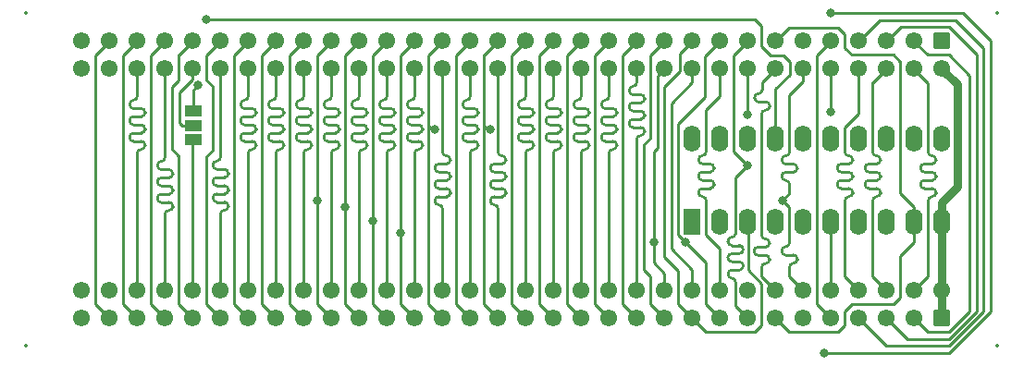
<source format=gbl>
%TF.GenerationSoftware,KiCad,Pcbnew,8.0.6+1*%
%TF.CreationDate,2024-11-08T18:46:58+01:00*%
%TF.ProjectId,qlexternal512kram_MIX,716c6578-7465-4726-9e61-6c3531326b72,3*%
%TF.SameCoordinates,Original*%
%TF.FileFunction,Copper,L2,Bot*%
%TF.FilePolarity,Positive*%
%FSLAX46Y46*%
G04 Gerber Fmt 4.6, Leading zero omitted, Abs format (unit mm)*
G04 Created by KiCad (PCBNEW 8.0.6+1) date 2024-11-08 18:46:58*
%MOMM*%
%LPD*%
G01*
G04 APERTURE LIST*
G04 Aperture macros list*
%AMRoundRect*
0 Rectangle with rounded corners*
0 $1 Rounding radius*
0 $2 $3 $4 $5 $6 $7 $8 $9 X,Y pos of 4 corners*
0 Add a 4 corners polygon primitive as box body*
4,1,4,$2,$3,$4,$5,$6,$7,$8,$9,$2,$3,0*
0 Add four circle primitives for the rounded corners*
1,1,$1+$1,$2,$3*
1,1,$1+$1,$4,$5*
1,1,$1+$1,$6,$7*
1,1,$1+$1,$8,$9*
0 Add four rect primitives between the rounded corners*
20,1,$1+$1,$2,$3,$4,$5,0*
20,1,$1+$1,$4,$5,$6,$7,0*
20,1,$1+$1,$6,$7,$8,$9,0*
20,1,$1+$1,$8,$9,$2,$3,0*%
G04 Aperture macros list end*
%TA.AperFunction,ComponentPad*%
%ADD10RoundRect,0.249999X0.525001X0.525001X-0.525001X0.525001X-0.525001X-0.525001X0.525001X-0.525001X0*%
%TD*%
%TA.AperFunction,ComponentPad*%
%ADD11C,1.550000*%
%TD*%
%TA.AperFunction,ComponentPad*%
%ADD12RoundRect,0.249999X-0.525001X-0.525001X0.525001X-0.525001X0.525001X0.525001X-0.525001X0.525001X0*%
%TD*%
%TA.AperFunction,ComponentPad*%
%ADD13R,1.600000X2.400000*%
%TD*%
%TA.AperFunction,ComponentPad*%
%ADD14O,1.600000X2.400000*%
%TD*%
%TA.AperFunction,SMDPad,CuDef*%
%ADD15R,1.500000X1.000000*%
%TD*%
%TA.AperFunction,ViaPad*%
%ADD16C,0.800000*%
%TD*%
%TA.AperFunction,Conductor*%
%ADD17C,0.750000*%
%TD*%
%TA.AperFunction,Conductor*%
%ADD18C,0.250000*%
%TD*%
%ADD19C,0.350000*%
G04 APERTURE END LIST*
D10*
%TO.P,J1,a1,GND*%
%TO.N,GND*%
X181070000Y-57785000D03*
D11*
%TO.P,J1,a2,D3*%
%TO.N,/D3*%
X178530000Y-57785000D03*
%TO.P,J1,a3,D4*%
%TO.N,/D4*%
X175990000Y-57785000D03*
%TO.P,J1,a4,D5*%
%TO.N,/D5*%
X173450000Y-57785000D03*
%TO.P,J1,a5,D6*%
%TO.N,/D6*%
X170910000Y-57785000D03*
%TO.P,J1,a6,D7*%
%TO.N,/D7*%
X168370000Y-57785000D03*
%TO.P,J1,a7,A19*%
%TO.N,/A19*%
X165830000Y-57785000D03*
%TO.P,J1,a8,A18*%
%TO.N,/A18*%
X163290000Y-57785000D03*
%TO.P,J1,a9,A17*%
%TO.N,/A17*%
X160750000Y-57785000D03*
%TO.P,J1,a10,A16*%
%TO.N,/A16*%
X158210000Y-57785000D03*
%TO.P,J1,a11,CLKCPU*%
%TO.N,/CLKCPU*%
X155670000Y-57785000D03*
%TO.P,J1,a12,RED*%
%TO.N,/RED*%
X153130000Y-57785000D03*
%TO.P,J1,a13,A14*%
%TO.N,/A14*%
X150590000Y-57785000D03*
%TO.P,J1,a14,A13*%
%TO.N,/A13*%
X148050000Y-57785000D03*
%TO.P,J1,a15,A12*%
%TO.N,/A12*%
X145510000Y-57785000D03*
%TO.P,J1,a16,A11*%
%TO.N,/A11*%
X142970000Y-57785000D03*
%TO.P,J1,a17,A10*%
%TO.N,/A10*%
X140430000Y-57785000D03*
%TO.P,J1,a18,A9*%
%TO.N,/A9*%
X137890000Y-57785000D03*
%TO.P,J1,a19,A8*%
%TO.N,/A8*%
X135350000Y-57785000D03*
%TO.P,J1,a20,A7*%
%TO.N,/A7*%
X132810000Y-57785000D03*
%TO.P,J1,a21,A6*%
%TO.N,/A6*%
X130270000Y-57785000D03*
%TO.P,J1,a22,A5*%
%TO.N,/A5*%
X127730000Y-57785000D03*
%TO.P,J1,a23,A4*%
%TO.N,/A4*%
X125190000Y-57785000D03*
%TO.P,J1,a24,A3*%
%TO.N,/A3*%
X122650000Y-57785000D03*
%TO.P,J1,a25,~{DBG}*%
%TO.N,/DBG*%
X120110000Y-57785000D03*
%TO.P,J1,a26,SP2*%
%TO.N,/SP2*%
X117570000Y-57785000D03*
%TO.P,J1,a27,~{DSMC}*%
%TO.N,/DSMC*%
X115030000Y-57785000D03*
%TO.P,J1,a28,SP1*%
%TO.N,/SP1*%
X112490000Y-57785000D03*
%TO.P,J1,a29,SP0*%
%TO.N,/SP0*%
X109950000Y-57785000D03*
%TO.P,J1,a30,+12V*%
%TO.N,/ma12v*%
X107410000Y-57785000D03*
%TO.P,J1,a31,-12V*%
%TO.N,/me12v*%
X104870000Y-57785000D03*
%TO.P,J1,a32,Vin*%
%TO.N,+9V*%
X102330000Y-57785000D03*
%TO.P,J1,b1,GND*%
%TO.N,GND*%
X181070000Y-60325000D03*
%TO.P,J1,b2,D2*%
%TO.N,/D2*%
X178530000Y-60325000D03*
%TO.P,J1,b3,D1*%
%TO.N,/D1*%
X175990000Y-60325000D03*
%TO.P,J1,b4,D0*%
%TO.N,/D0*%
X173450000Y-60325000D03*
%TO.P,J1,b5,~{AS}*%
%TO.N,/AS*%
X170910000Y-60325000D03*
%TO.P,J1,b6,~{DS}*%
%TO.N,/DS*%
X168370000Y-60325000D03*
%TO.P,J1,b7,~{DRW}*%
%TO.N,/RW*%
X165830000Y-60325000D03*
%TO.P,J1,b8,~{DTACK}*%
%TO.N,/DTACK*%
X163290000Y-60325000D03*
%TO.P,J1,b9,~{BG}*%
%TO.N,/BG*%
X160750000Y-60325000D03*
%TO.P,J1,b10,~{BR}*%
%TO.N,/BR*%
X158210000Y-60325000D03*
%TO.P,J1,b11,A15*%
%TO.N,/A15*%
X155670000Y-60325000D03*
%TO.P,J1,b12,~{RESETCPU}*%
%TO.N,/RESET*%
X153130000Y-60325000D03*
%TO.P,J1,b13,~{CSYNC}*%
%TO.N,/CSYNC*%
X150590000Y-60325000D03*
%TO.P,J1,b14,E*%
%TO.N,/E*%
X148050000Y-60325000D03*
%TO.P,J1,b15,VSYNCH*%
%TO.N,/VSYNC*%
X145510000Y-60325000D03*
%TO.P,J1,b16,~{VPA}*%
%TO.N,/VPA*%
X142970000Y-60325000D03*
%TO.P,J1,b17,GREEN*%
%TO.N,/GREEN*%
X140430000Y-60325000D03*
%TO.P,J1,b18,BLUE*%
%TO.N,/BLUE*%
X137890000Y-60325000D03*
%TO.P,J1,b19,FC2*%
%TO.N,/FC2*%
X135350000Y-60325000D03*
%TO.P,J1,b20,FC1*%
%TO.N,/FC1*%
X132810000Y-60325000D03*
%TO.P,J1,b21,FC0*%
%TO.N,/FC0*%
X130270000Y-60325000D03*
%TO.P,J1,b22,A0*%
%TO.N,/A0*%
X127730000Y-60325000D03*
%TO.P,J1,b23,ROMOEH*%
%TO.N,/ROMOE*%
X125190000Y-60325000D03*
%TO.P,J1,b24,A1*%
%TO.N,/A1*%
X122650000Y-60325000D03*
%TO.P,J1,b25,A2*%
%TO.N,/A2*%
X120110000Y-60325000D03*
%TO.P,J1,b26,SP3*%
%TO.N,/SP3*%
X117570000Y-60325000D03*
%TO.P,J1,b27,~{IPLO}*%
%TO.N,/IPL0*%
X115030000Y-60325000D03*
%TO.P,J1,b28,~{BERR}*%
%TO.N,/BERR*%
X112490000Y-60325000D03*
%TO.P,J1,b29,~{IPL1}*%
%TO.N,/IPL1*%
X109950000Y-60325000D03*
%TO.P,J1,b30,~{EXTINT}*%
%TO.N,/EXTINT*%
X107410000Y-60325000D03*
%TO.P,J1,b31,Vin*%
%TO.N,+9V*%
X104870000Y-60325000D03*
%TO.P,J1,b32,Vin*%
X102330000Y-60325000D03*
%TD*%
D12*
%TO.P,J2,a1,GND*%
%TO.N,GND*%
X181060000Y-83185000D03*
D11*
%TO.P,J2,a2,D3*%
%TO.N,/D3*%
X178520000Y-83185000D03*
%TO.P,J2,a3,D4*%
%TO.N,/D4*%
X175980000Y-83185000D03*
%TO.P,J2,a4,D5*%
%TO.N,/D5*%
X173440000Y-83185000D03*
%TO.P,J2,a5,D6*%
%TO.N,/D6*%
X170900000Y-83185000D03*
%TO.P,J2,a6,D7*%
%TO.N,/D7*%
X168360000Y-83185000D03*
%TO.P,J2,a7,A19*%
%TO.N,/A19*%
X165820000Y-83185000D03*
%TO.P,J2,a8,A18*%
%TO.N,/A18*%
X163280000Y-83185000D03*
%TO.P,J2,a9,A17*%
%TO.N,/A17*%
X160740000Y-83185000D03*
%TO.P,J2,a10,A16*%
%TO.N,/A16*%
X158200000Y-83185000D03*
%TO.P,J2,a11,CLKCPU*%
%TO.N,/CLKCPU*%
X155660000Y-83185000D03*
%TO.P,J2,a12,RED*%
%TO.N,/RED*%
X153120000Y-83185000D03*
%TO.P,J2,a13,A14*%
%TO.N,/A14*%
X150580000Y-83185000D03*
%TO.P,J2,a14,A13*%
%TO.N,/A13*%
X148040000Y-83185000D03*
%TO.P,J2,a15,A12*%
%TO.N,/A12*%
X145500000Y-83185000D03*
%TO.P,J2,a16,A11*%
%TO.N,/A11*%
X142960000Y-83185000D03*
%TO.P,J2,a17,A10*%
%TO.N,/A10*%
X140420000Y-83185000D03*
%TO.P,J2,a18,A9*%
%TO.N,/A9*%
X137880000Y-83185000D03*
%TO.P,J2,a19,A8*%
%TO.N,/A8*%
X135340000Y-83185000D03*
%TO.P,J2,a20,A7*%
%TO.N,/A7*%
X132800000Y-83185000D03*
%TO.P,J2,a21,A6*%
%TO.N,/A6*%
X130260000Y-83185000D03*
%TO.P,J2,a22,A5*%
%TO.N,/A5*%
X127720000Y-83185000D03*
%TO.P,J2,a23,A4*%
%TO.N,/A4*%
X125180000Y-83185000D03*
%TO.P,J2,a24,A3*%
%TO.N,/A3*%
X122640000Y-83185000D03*
%TO.P,J2,a25,~{DBG}*%
%TO.N,/DBG*%
X120100000Y-83185000D03*
%TO.P,J2,a26,SP2*%
%TO.N,/SP2*%
X117560000Y-83185000D03*
%TO.P,J2,a27,~{DSMC}*%
%TO.N,/DSMC*%
X115020000Y-83185000D03*
%TO.P,J2,a28,SP1*%
%TO.N,/SP1*%
X112480000Y-83185000D03*
%TO.P,J2,a29,SP0*%
%TO.N,/SP0*%
X109940000Y-83185000D03*
%TO.P,J2,a30,+12V*%
%TO.N,/ma12v*%
X107400000Y-83185000D03*
%TO.P,J2,a31,-12V*%
%TO.N,/me12v*%
X104860000Y-83185000D03*
%TO.P,J2,a32,Vin*%
%TO.N,+9V*%
X102320000Y-83185000D03*
%TO.P,J2,b1,GND*%
%TO.N,GND*%
X181060000Y-80645000D03*
%TO.P,J2,b2,D2*%
%TO.N,/D2*%
X178520000Y-80645000D03*
%TO.P,J2,b3,D1*%
%TO.N,/D1*%
X175980000Y-80645000D03*
%TO.P,J2,b4,D0*%
%TO.N,/D0*%
X173440000Y-80645000D03*
%TO.P,J2,b5,~{AS}*%
%TO.N,/AS*%
X170900000Y-80645000D03*
%TO.P,J2,b6,~{DS}*%
%TO.N,/DS*%
X168360000Y-80645000D03*
%TO.P,J2,b7,~{DRW}*%
%TO.N,/RW*%
X165820000Y-80645000D03*
%TO.P,J2,b8,~{DTACK}*%
%TO.N,/DTACK*%
X163280000Y-80645000D03*
%TO.P,J2,b9,~{BG}*%
%TO.N,/BG*%
X160740000Y-80645000D03*
%TO.P,J2,b10,~{BR}*%
%TO.N,/BR*%
X158200000Y-80645000D03*
%TO.P,J2,b11,A15*%
%TO.N,/A15*%
X155660000Y-80645000D03*
%TO.P,J2,b12,~{RESETCPU}*%
%TO.N,/RESET*%
X153120000Y-80645000D03*
%TO.P,J2,b13,~{CSYNC}*%
%TO.N,/CSYNC*%
X150580000Y-80645000D03*
%TO.P,J2,b14,E*%
%TO.N,/E*%
X148040000Y-80645000D03*
%TO.P,J2,b15,VSYNCH*%
%TO.N,/VSYNC*%
X145500000Y-80645000D03*
%TO.P,J2,b16,~{VPA}*%
%TO.N,/VPA*%
X142960000Y-80645000D03*
%TO.P,J2,b17,GREEN*%
%TO.N,/GREEN*%
X140420000Y-80645000D03*
%TO.P,J2,b18,BLUE*%
%TO.N,/BLUE*%
X137880000Y-80645000D03*
%TO.P,J2,b19,FC2*%
%TO.N,/FC2*%
X135340000Y-80645000D03*
%TO.P,J2,b20,FC1*%
%TO.N,/FC1*%
X132800000Y-80645000D03*
%TO.P,J2,b21,FC0*%
%TO.N,/FC0*%
X130260000Y-80645000D03*
%TO.P,J2,b22,A0*%
%TO.N,/A0*%
X127720000Y-80645000D03*
%TO.P,J2,b23,ROMOEH*%
%TO.N,/ROMOE*%
X125180000Y-80645000D03*
%TO.P,J2,b24,A1*%
%TO.N,/A1*%
X122640000Y-80645000D03*
%TO.P,J2,b25,A2*%
%TO.N,/A2*%
X120100000Y-80645000D03*
%TO.P,J2,b26,SP3*%
%TO.N,/SP3*%
X117560000Y-80645000D03*
%TO.P,J2,b27,~{IPLO}*%
%TO.N,/IPL0*%
X115020000Y-80645000D03*
%TO.P,J2,b28,~{BERR}*%
%TO.N,Net-(J2-~{BERR})*%
X112480000Y-80645000D03*
%TO.P,J2,b29,~{IPL1}*%
%TO.N,/IPL1*%
X109940000Y-80645000D03*
%TO.P,J2,b30,~{EXTINT}*%
%TO.N,/EXTINT*%
X107400000Y-80645000D03*
%TO.P,J2,b31,Vin*%
%TO.N,+9V*%
X104860000Y-80645000D03*
%TO.P,J2,b32,Vin*%
X102320000Y-80645000D03*
%TD*%
D13*
%TO.P,U2,1,I1/CLK*%
%TO.N,/DS*%
X158215000Y-74310000D03*
D14*
%TO.P,U2,2,I2*%
%TO.N,/A17*%
X160755000Y-74310000D03*
%TO.P,U2,3,I3*%
%TO.N,/A16*%
X163295000Y-74310000D03*
%TO.P,U2,4,I4*%
%TO.N,/A15*%
X165835000Y-74310000D03*
%TO.P,U2,5,I5*%
%TO.N,unconnected-(U2-I5-Pad5)*%
X168375000Y-74310000D03*
%TO.P,U2,6,I6*%
%TO.N,/AS*%
X170915000Y-74310000D03*
%TO.P,U2,7,I7*%
%TO.N,Net-(JP1-B)*%
X173455000Y-74310000D03*
%TO.P,U2,8,I8*%
%TO.N,Net-(JP2-B)*%
X175995000Y-74310000D03*
%TO.P,U2,9,I9*%
%TO.N,/A19*%
X178535000Y-74310000D03*
%TO.P,U2,10,GND*%
%TO.N,GND*%
X181075000Y-74310000D03*
%TO.P,U2,11,I10/~{OE}*%
%TO.N,/A18*%
X181075000Y-66690000D03*
%TO.P,U2,12,IO8*%
%TO.N,unconnected-(U2-IO8-Pad12)*%
X178535000Y-66690000D03*
%TO.P,U2,13,IO7*%
%TO.N,unconnected-(U2-IO7-Pad13)*%
X175995000Y-66690000D03*
%TO.P,U2,14,IO6*%
%TO.N,/DTACK*%
X173455000Y-66690000D03*
%TO.P,U2,15,IO5*%
%TO.N,unconnected-(U2-IO5-Pad15)*%
X170915000Y-66690000D03*
%TO.P,U2,16,IO4*%
%TO.N,/DSMC*%
X168375000Y-66690000D03*
%TO.P,U2,17,I03*%
%TO.N,Net-(JP3-B)*%
X165835000Y-66690000D03*
%TO.P,U2,18,IO2*%
%TO.N,/RAM_OE*%
X163295000Y-66690000D03*
%TO.P,U2,19,IO1*%
%TO.N,/RAM_CE*%
X160755000Y-66690000D03*
%TO.P,U2,20,VCC*%
%TO.N,VCC*%
X158215000Y-66690000D03*
%TD*%
D15*
%TO.P,JP3,1,A*%
%TO.N,Net-(J2-~{BERR})*%
X112530900Y-66806600D03*
%TO.P,JP3,2,C*%
%TO.N,/BERR*%
X112530900Y-65506600D03*
%TO.P,JP3,3,B*%
%TO.N,Net-(JP3-B)*%
X112530900Y-64206600D03*
%TD*%
D16*
%TO.N,/A4*%
X123920000Y-72390000D03*
%TO.N,/A5*%
X126460000Y-73025000D03*
%TO.N,/A6*%
X129000000Y-74295000D03*
%TO.N,/A7*%
X131540000Y-75390400D03*
%TO.N,/A8*%
X134625500Y-65913000D03*
%TO.N,/A10*%
X139705500Y-65913000D03*
%TO.N,/D7*%
X170275000Y-86360000D03*
X170910000Y-55245000D03*
%TO.N,/A17*%
X157575000Y-76200000D03*
%TO.N,/A18*%
X163290000Y-69187500D03*
%TO.N,/A15*%
X154685000Y-76200000D03*
%TO.N,/DS*%
X166465000Y-72390000D03*
%TO.N,/AS*%
X170910000Y-64262000D03*
%TO.N,/DTACK*%
X163290000Y-64516000D03*
%TO.N,Net-(JP3-B)*%
X113002653Y-61853653D03*
X113760000Y-55790000D03*
%TD*%
D17*
%TO.N,GND*%
X181075000Y-74310000D02*
X181075000Y-72534700D01*
X181070000Y-80645000D02*
X181070000Y-83185000D01*
X182450500Y-61740500D02*
X181070000Y-60360000D01*
X181075000Y-74310000D02*
X181075000Y-80640000D01*
X182450500Y-71159200D02*
X182450500Y-61740500D01*
X181075000Y-72534700D02*
X182450500Y-71159200D01*
D18*
%TO.N,/A3*%
X121380000Y-81915000D02*
X122650000Y-83185000D01*
X121380000Y-59090000D02*
X121380000Y-81915000D01*
X122650000Y-57820000D02*
X121380000Y-59090000D01*
%TO.N,/A4*%
X123920000Y-72390000D02*
X123920000Y-59090000D01*
X123920000Y-72390000D02*
X123920000Y-81915000D01*
X123920000Y-81915000D02*
X125190000Y-83185000D01*
X123920000Y-59090000D02*
X125190000Y-57820000D01*
%TO.N,/A5*%
X126460000Y-59090000D02*
X127730000Y-57820000D01*
X126460000Y-81915000D02*
X127730000Y-83185000D01*
X126460000Y-81915000D02*
X126460000Y-59090000D01*
%TO.N,/A6*%
X129000000Y-81915000D02*
X130270000Y-83185000D01*
X129000000Y-59090000D02*
X130270000Y-57820000D01*
X129000000Y-74295000D02*
X129000000Y-59090000D01*
X129000000Y-74295000D02*
X129000000Y-81915000D01*
%TO.N,/A7*%
X131540000Y-75390400D02*
X131540000Y-81915000D01*
X131540000Y-81915000D02*
X132810000Y-83185000D01*
X131540000Y-75390400D02*
X131540000Y-59090000D01*
X131540000Y-59090000D02*
X132810000Y-57820000D01*
%TO.N,/A8*%
X135350000Y-83185000D02*
X134080000Y-81915000D01*
X134080000Y-81915000D02*
X134080000Y-65579000D01*
X134080000Y-59090000D02*
X134080000Y-65579000D01*
X135350000Y-57820000D02*
X134080000Y-59090000D01*
X134625500Y-65913000D02*
X134414000Y-65913000D01*
X134414000Y-65913000D02*
X134080000Y-65579000D01*
%TO.N,/A9*%
X136620000Y-81915000D02*
X136620000Y-59090000D01*
X136620000Y-59090000D02*
X137890000Y-57820000D01*
X137890000Y-83185000D02*
X136620000Y-81915000D01*
%TO.N,/A10*%
X139160000Y-59055000D02*
X139160000Y-81915000D01*
X140430000Y-57820000D02*
X139195000Y-59055000D01*
X139195000Y-59055000D02*
X139160000Y-59055000D01*
X139705500Y-65913000D02*
X139541000Y-65913000D01*
X139541000Y-65913000D02*
X139160000Y-65532000D01*
X139160000Y-81915000D02*
X140430000Y-83185000D01*
%TO.N,/A11*%
X141700000Y-59090000D02*
X142970000Y-57820000D01*
X142970000Y-83185000D02*
X141700000Y-81915000D01*
X141700000Y-81915000D02*
X141700000Y-59090000D01*
%TO.N,/A12*%
X144240000Y-59090000D02*
X145510000Y-57820000D01*
X144240000Y-81915000D02*
X144240000Y-59090000D01*
X145510000Y-83185000D02*
X144240000Y-81915000D01*
%TO.N,/D7*%
X185515000Y-82550000D02*
X181705000Y-86360000D01*
X185515000Y-57785000D02*
X185515000Y-82550000D01*
X170910000Y-55245000D02*
X182975000Y-55245000D01*
X181705000Y-86360000D02*
X170275000Y-86360000D01*
X182975000Y-55245000D02*
X185515000Y-57785000D01*
%TO.N,/D6*%
X169640000Y-59090000D02*
X169640000Y-81915000D01*
X169640000Y-81915000D02*
X170910000Y-83185000D01*
X170910000Y-57820000D02*
X169640000Y-59090000D01*
%TO.N,/D5*%
X175990000Y-85725000D02*
X173450000Y-83185000D01*
X181704282Y-85725000D02*
X175990000Y-85725000D01*
X184880000Y-82549282D02*
X181704282Y-85725000D01*
X175390000Y-55880000D02*
X182340000Y-55880000D01*
X184880000Y-58420000D02*
X182340000Y-55880000D01*
X184880000Y-58420000D02*
X184880000Y-82549282D01*
X173450000Y-57820000D02*
X175390000Y-55880000D01*
%TO.N,/D4*%
X181705000Y-56515000D02*
X177295000Y-56515000D01*
X184245000Y-82548564D02*
X184245000Y-59055000D01*
X175990000Y-83185000D02*
X177895000Y-85090000D01*
X184245000Y-59055000D02*
X181705000Y-56515000D01*
X181703564Y-85090000D02*
X184245000Y-82548564D01*
X177895000Y-85090000D02*
X181703564Y-85090000D01*
X177295000Y-56515000D02*
X175990000Y-57820000D01*
%TO.N,/D3*%
X179800000Y-84455000D02*
X181702846Y-84455000D01*
X179765000Y-59055000D02*
X178530000Y-57820000D01*
X183610000Y-82547846D02*
X183610000Y-60960000D01*
X181702846Y-84455000D02*
X183610000Y-82547846D01*
X181705000Y-59055000D02*
X179765000Y-59055000D01*
X183610000Y-60960000D02*
X181705000Y-59055000D01*
X178530000Y-83185000D02*
X179800000Y-84455000D01*
%TO.N,/A2*%
X120810000Y-64315000D02*
X120810000Y-64365000D01*
X119760000Y-63965000D02*
X120460000Y-63965000D01*
X119760000Y-65465000D02*
X120460000Y-65465000D01*
X120110000Y-60360000D02*
X120110000Y-62865000D01*
X119410000Y-66565000D02*
X119410000Y-66615000D01*
X119760000Y-66965000D02*
X120460000Y-66965000D01*
X120810000Y-67315000D02*
X120810000Y-67365000D01*
X119760000Y-64715000D02*
X120460000Y-64715000D01*
X120110000Y-68065000D02*
X120110000Y-80645000D01*
X119410000Y-63565000D02*
X119410000Y-63615000D01*
X119410000Y-65065000D02*
X119410000Y-65115000D01*
X120810000Y-65815000D02*
X120810000Y-65865000D01*
X119760000Y-66215000D02*
X120460000Y-66215000D01*
X119760000Y-66215000D02*
G75*
G03*
X119410000Y-66565000I0J-350000D01*
G01*
X119760000Y-64715000D02*
G75*
G03*
X119410000Y-65065000I0J-350000D01*
G01*
X120460000Y-65465000D02*
G75*
G02*
X120810000Y-65815000I0J-350000D01*
G01*
X119410000Y-63615000D02*
G75*
G03*
X119760000Y-63965000I350000J0D01*
G01*
X119410000Y-65115000D02*
G75*
G03*
X119760000Y-65465000I350000J0D01*
G01*
X120460000Y-67715000D02*
G75*
G03*
X120110000Y-68065000I0J-350000D01*
G01*
X120460000Y-66965000D02*
G75*
G02*
X120810000Y-67315000I0J-350000D01*
G01*
X120810000Y-67365000D02*
G75*
G02*
X120460000Y-67715000I-350000J0D01*
G01*
X120810000Y-65865000D02*
G75*
G02*
X120460000Y-66215000I-350000J0D01*
G01*
X120110000Y-62865000D02*
G75*
G02*
X119760000Y-63215000I-350000J0D01*
G01*
X119410000Y-66615000D02*
G75*
G03*
X119760000Y-66965000I350000J0D01*
G01*
X120810000Y-64365000D02*
G75*
G02*
X120460000Y-64715000I-350000J0D01*
G01*
X120460000Y-63965000D02*
G75*
G02*
X120810000Y-64315000I0J-350000D01*
G01*
X119760000Y-63215000D02*
G75*
G03*
X119410000Y-63565000I0J-350000D01*
G01*
%TO.N,/A1*%
X123350000Y-64315000D02*
X123350000Y-64365000D01*
X123350000Y-67315000D02*
X123350000Y-67365000D01*
X122650000Y-68065000D02*
X122650000Y-80645000D01*
X123350000Y-65815000D02*
X123350000Y-65865000D01*
X122300000Y-63965000D02*
X123000000Y-63965000D01*
X121950000Y-66565000D02*
X121950000Y-66615000D01*
X122300000Y-65465000D02*
X123000000Y-65465000D01*
X122300000Y-66215000D02*
X123000000Y-66215000D01*
X122650000Y-60360000D02*
X122650000Y-62865000D01*
X122300000Y-64715000D02*
X123000000Y-64715000D01*
X122300000Y-66965000D02*
X123000000Y-66965000D01*
X121950000Y-65065000D02*
X121950000Y-65115000D01*
X121950000Y-63565000D02*
X121950000Y-63615000D01*
X122650000Y-62865000D02*
G75*
G02*
X122300000Y-63215000I-350000J0D01*
G01*
X122300000Y-64715000D02*
G75*
G03*
X121950000Y-65065000I0J-350000D01*
G01*
X123350000Y-64365000D02*
G75*
G02*
X123000000Y-64715000I-350000J0D01*
G01*
X121950000Y-65115000D02*
G75*
G03*
X122300000Y-65465000I350000J0D01*
G01*
X123350000Y-67365000D02*
G75*
G02*
X123000000Y-67715000I-350000J0D01*
G01*
X123000000Y-63965000D02*
G75*
G02*
X123350000Y-64315000I0J-350000D01*
G01*
X121950000Y-66615000D02*
G75*
G03*
X122300000Y-66965000I350000J0D01*
G01*
X121950000Y-63615000D02*
G75*
G03*
X122300000Y-63965000I350000J0D01*
G01*
X123350000Y-65865000D02*
G75*
G02*
X123000000Y-66215000I-350000J0D01*
G01*
X123000000Y-66965000D02*
G75*
G02*
X123350000Y-67315000I0J-350000D01*
G01*
X123000000Y-67715000D02*
G75*
G03*
X122650000Y-68065000I0J-350000D01*
G01*
X123000000Y-65465000D02*
G75*
G02*
X123350000Y-65815000I0J-350000D01*
G01*
X122300000Y-63215000D02*
G75*
G03*
X121950000Y-63565000I0J-350000D01*
G01*
X122300000Y-66215000D02*
G75*
G03*
X121950000Y-66565000I0J-350000D01*
G01*
%TO.N,/A0*%
X127380000Y-64715000D02*
X128080000Y-64715000D01*
X127030000Y-63565000D02*
X127030000Y-63615000D01*
X127730000Y-68065000D02*
X127730000Y-80645000D01*
X128430000Y-65815000D02*
X128430000Y-65865000D01*
X127380000Y-65465000D02*
X128080000Y-65465000D01*
X128430000Y-64315000D02*
X128430000Y-64365000D01*
X128430000Y-67315000D02*
X128430000Y-67365000D01*
X127730000Y-60360000D02*
X127730000Y-62865000D01*
X127380000Y-66215000D02*
X128080000Y-66215000D01*
X127380000Y-63965000D02*
X128080000Y-63965000D01*
X127030000Y-65065000D02*
X127030000Y-65115000D01*
X127380000Y-66965000D02*
X128080000Y-66965000D01*
X127030000Y-66565000D02*
X127030000Y-66615000D01*
X128430000Y-65865000D02*
G75*
G02*
X128080000Y-66215000I-350000J0D01*
G01*
X128080000Y-67715000D02*
G75*
G03*
X127730000Y-68065000I0J-350000D01*
G01*
X128430000Y-67365000D02*
G75*
G02*
X128080000Y-67715000I-350000J0D01*
G01*
X128080000Y-65465000D02*
G75*
G02*
X128430000Y-65815000I0J-350000D01*
G01*
X127380000Y-63215000D02*
G75*
G03*
X127030000Y-63565000I0J-350000D01*
G01*
X127030000Y-66615000D02*
G75*
G03*
X127380000Y-66965000I350000J0D01*
G01*
X128080000Y-63965000D02*
G75*
G02*
X128430000Y-64315000I0J-350000D01*
G01*
X127030000Y-65115000D02*
G75*
G03*
X127380000Y-65465000I350000J0D01*
G01*
X127380000Y-66215000D02*
G75*
G03*
X127030000Y-66565000I0J-350000D01*
G01*
X128430000Y-64365000D02*
G75*
G02*
X128080000Y-64715000I-350000J0D01*
G01*
X128080000Y-66965000D02*
G75*
G02*
X128430000Y-67315000I0J-350000D01*
G01*
X127730000Y-62865000D02*
G75*
G02*
X127380000Y-63215000I-350000J0D01*
G01*
X127030000Y-63615000D02*
G75*
G03*
X127380000Y-63965000I350000J0D01*
G01*
X127380000Y-64715000D02*
G75*
G03*
X127030000Y-65065000I0J-350000D01*
G01*
%TO.N,/RW*%
X163860000Y-77065000D02*
X163860000Y-77015000D01*
X164600711Y-62270711D02*
X164600711Y-61589289D01*
X164560000Y-75565000D02*
X164560000Y-64470711D01*
X164950711Y-63370711D02*
X164250711Y-63370711D01*
X165260000Y-76315000D02*
X165260000Y-76265000D01*
X165830000Y-80645000D02*
X164560000Y-79375000D01*
X164910000Y-77415000D02*
X164210000Y-77415000D01*
X164210000Y-76665000D02*
X164910000Y-76665000D01*
X163900711Y-63020711D02*
X163900711Y-62970711D01*
X164600711Y-61589289D02*
X165830000Y-60360000D01*
X165300711Y-63770711D02*
X165300711Y-63720711D01*
X164560000Y-79375000D02*
X164560000Y-78515000D01*
X165260000Y-77815000D02*
X165260000Y-77765000D01*
X164910000Y-78165000D02*
G75*
G03*
X165260000Y-77815000I0J350000D01*
G01*
X164250711Y-62620711D02*
G75*
G03*
X164600711Y-62270711I-11J350011D01*
G01*
X164560000Y-78515000D02*
G75*
G02*
X164910000Y-78165000I350000J0D01*
G01*
X165260000Y-76265000D02*
G75*
G03*
X164910000Y-75915000I-350000J0D01*
G01*
X164910000Y-76665000D02*
G75*
G03*
X165260000Y-76315000I0J350000D01*
G01*
X164560000Y-64470711D02*
G75*
G02*
X164910000Y-64120700I350000J11D01*
G01*
X163900711Y-62970711D02*
G75*
G02*
X164250711Y-62620711I349989J11D01*
G01*
X164910000Y-75915000D02*
G75*
G02*
X164560000Y-75565000I0J350000D01*
G01*
X164210000Y-77415000D02*
G75*
G02*
X163860000Y-77065000I0J350000D01*
G01*
X165300711Y-63720711D02*
G75*
G03*
X164950711Y-63370689I-350011J11D01*
G01*
X164950711Y-64120711D02*
G75*
G03*
X165300711Y-63770711I-11J350011D01*
G01*
X163860000Y-77015000D02*
G75*
G02*
X164210000Y-76665000I350000J0D01*
G01*
X165260000Y-77765000D02*
G75*
G03*
X164910000Y-77415000I-350000J0D01*
G01*
X164250711Y-63370711D02*
G75*
G02*
X163900689Y-63020711I-11J350011D01*
G01*
%TO.N,/D0*%
X172880000Y-71645000D02*
X172880000Y-71695000D01*
X172880000Y-70145000D02*
X172880000Y-70195000D01*
X173450000Y-64462100D02*
X172180000Y-65732100D01*
X172180000Y-72395000D02*
X172180000Y-79375000D01*
X171480000Y-69395000D02*
X171480000Y-69445000D01*
X172880000Y-68645000D02*
X172880000Y-68695000D01*
X171830000Y-70545000D02*
X172530000Y-70545000D01*
X173450000Y-60360000D02*
X173450000Y-64462100D01*
X171830000Y-69045000D02*
X172530000Y-69045000D01*
X171480000Y-70895000D02*
X171480000Y-70945000D01*
X172180000Y-65732100D02*
X172180000Y-67945000D01*
X171830000Y-69795000D02*
X172530000Y-69795000D01*
X172180000Y-79375000D02*
X173450000Y-80645000D01*
X171830000Y-71295000D02*
X172530000Y-71295000D01*
X171480000Y-70945000D02*
G75*
G03*
X171830000Y-71295000I350000J0D01*
G01*
X172180000Y-67945000D02*
G75*
G03*
X172530000Y-68295000I350000J0D01*
G01*
X172530000Y-69795000D02*
G75*
G02*
X172880000Y-70145000I0J-350000D01*
G01*
X172530000Y-72045000D02*
G75*
G03*
X172180000Y-72395000I0J-350000D01*
G01*
X172530000Y-71295000D02*
G75*
G02*
X172880000Y-71645000I0J-350000D01*
G01*
X171830000Y-70545000D02*
G75*
G03*
X171480000Y-70895000I0J-350000D01*
G01*
X172530000Y-68295000D02*
G75*
G02*
X172880000Y-68645000I0J-350000D01*
G01*
X171480000Y-69445000D02*
G75*
G03*
X171830000Y-69795000I350000J0D01*
G01*
X171830000Y-69045000D02*
G75*
G03*
X171480000Y-69395000I0J-350000D01*
G01*
X172880000Y-68695000D02*
G75*
G02*
X172530000Y-69045000I-350000J0D01*
G01*
X172880000Y-71695000D02*
G75*
G02*
X172530000Y-72045000I-350000J0D01*
G01*
X172880000Y-70195000D02*
G75*
G02*
X172530000Y-70545000I-350000J0D01*
G01*
%TO.N,/D1*%
X175420000Y-71645000D02*
X175420000Y-71695000D01*
X174020000Y-69395000D02*
X174020000Y-69445000D01*
X174720000Y-79375000D02*
X175990000Y-80645000D01*
X174370000Y-69045000D02*
X175070000Y-69045000D01*
X175420000Y-70145000D02*
X175420000Y-70195000D01*
X174020000Y-70895000D02*
X174020000Y-70945000D01*
X175420000Y-68645000D02*
X175420000Y-68695000D01*
X175990000Y-60360000D02*
X174755000Y-61595000D01*
X174370000Y-70545000D02*
X175070000Y-70545000D01*
X174370000Y-71295000D02*
X175070000Y-71295000D01*
X174755000Y-61595000D02*
X174720000Y-61595000D01*
X174720000Y-61595000D02*
X174720000Y-67945000D01*
X174370000Y-69795000D02*
X175070000Y-69795000D01*
X174720000Y-72395000D02*
X174720000Y-79375000D01*
X175420000Y-70195000D02*
G75*
G02*
X175070000Y-70545000I-350000J0D01*
G01*
X175420000Y-71695000D02*
G75*
G02*
X175070000Y-72045000I-350000J0D01*
G01*
X175070000Y-69795000D02*
G75*
G02*
X175420000Y-70145000I0J-350000D01*
G01*
X174020000Y-69445000D02*
G75*
G03*
X174370000Y-69795000I350000J0D01*
G01*
X175070000Y-68295000D02*
G75*
G02*
X175420000Y-68645000I0J-350000D01*
G01*
X174370000Y-69045000D02*
G75*
G03*
X174020000Y-69395000I0J-350000D01*
G01*
X175420000Y-68695000D02*
G75*
G02*
X175070000Y-69045000I-350000J0D01*
G01*
X174720000Y-67945000D02*
G75*
G03*
X175070000Y-68295000I350000J0D01*
G01*
X175070000Y-72045000D02*
G75*
G03*
X174720000Y-72395000I0J-350000D01*
G01*
X174370000Y-70545000D02*
G75*
G03*
X174020000Y-70895000I0J-350000D01*
G01*
X174020000Y-70945000D02*
G75*
G03*
X174370000Y-71295000I350000J0D01*
G01*
X175070000Y-71295000D02*
G75*
G02*
X175420000Y-71645000I0J-350000D01*
G01*
%TO.N,/D2*%
X179450000Y-70545000D02*
X180150000Y-70545000D01*
X179100000Y-70895000D02*
X179100000Y-70945000D01*
X179450000Y-69045000D02*
X180150000Y-69045000D01*
X178530000Y-60360000D02*
X179800000Y-61630000D01*
X179450000Y-71295000D02*
X180150000Y-71295000D01*
X179800000Y-72395000D02*
X179800000Y-79375000D01*
X179100000Y-69395000D02*
X179100000Y-69445000D01*
X179800000Y-61630000D02*
X179800000Y-67945000D01*
X180500000Y-70145000D02*
X180500000Y-70195000D01*
X180500000Y-68645000D02*
X180500000Y-68695000D01*
X179800000Y-79375000D02*
X178530000Y-80645000D01*
X179450000Y-69795000D02*
X180150000Y-69795000D01*
X180500000Y-71645000D02*
X180500000Y-71695000D01*
X179450000Y-69045000D02*
G75*
G03*
X179100000Y-69395000I0J-350000D01*
G01*
X180150000Y-72045000D02*
G75*
G03*
X179800000Y-72395000I0J-350000D01*
G01*
X179100000Y-70945000D02*
G75*
G03*
X179450000Y-71295000I350000J0D01*
G01*
X180150000Y-68295000D02*
G75*
G02*
X180500000Y-68645000I0J-350000D01*
G01*
X179100000Y-69445000D02*
G75*
G03*
X179450000Y-69795000I350000J0D01*
G01*
X180500000Y-68695000D02*
G75*
G02*
X180150000Y-69045000I-350000J0D01*
G01*
X180150000Y-69795000D02*
G75*
G02*
X180500000Y-70145000I0J-350000D01*
G01*
X179450000Y-70545000D02*
G75*
G03*
X179100000Y-70895000I0J-350000D01*
G01*
X180150000Y-71295000D02*
G75*
G02*
X180500000Y-71645000I0J-350000D01*
G01*
X180500000Y-70195000D02*
G75*
G02*
X180150000Y-70545000I-350000J0D01*
G01*
X180500000Y-71695000D02*
G75*
G02*
X180150000Y-72045000I-350000J0D01*
G01*
X179800000Y-67945000D02*
G75*
G03*
X180150000Y-68295000I350000J0D01*
G01*
%TO.N,/SP0*%
X109950000Y-57820000D02*
X108680000Y-59090000D01*
X108680000Y-59090000D02*
X108680000Y-81915000D01*
X108680000Y-81915000D02*
X109950000Y-83185000D01*
%TO.N,/SP1*%
X111220000Y-59055000D02*
X111220000Y-61366400D01*
X110585000Y-67665600D02*
X111220000Y-68300600D01*
X111220000Y-68300600D02*
X111220000Y-81915000D01*
X111255000Y-59055000D02*
X111220000Y-59055000D01*
X111220000Y-81915000D02*
X112490000Y-83185000D01*
X110585000Y-62001400D02*
X110585000Y-67665600D01*
X112490000Y-57820000D02*
X111255000Y-59055000D01*
X111220000Y-61366400D02*
X110585000Y-62001400D01*
%TO.N,/DSMC*%
X113760000Y-81915000D02*
X113760000Y-68376800D01*
X113760000Y-61366400D02*
X113760000Y-59090000D01*
X114293400Y-61899800D02*
X113760000Y-61366400D01*
X114293400Y-67843400D02*
X114293400Y-61899800D01*
X115030000Y-83185000D02*
X113760000Y-81915000D01*
X113760000Y-59090000D02*
X115030000Y-57820000D01*
X113760000Y-68376800D02*
X114293400Y-67843400D01*
%TO.N,/SP2*%
X116300000Y-59090000D02*
X116300000Y-81915000D01*
X117570000Y-57820000D02*
X116300000Y-59090000D01*
X116300000Y-81915000D02*
X117570000Y-83185000D01*
%TO.N,/A13*%
X146780000Y-59090000D02*
X146780000Y-81915000D01*
X148050000Y-57820000D02*
X146780000Y-59090000D01*
X146780000Y-81915000D02*
X148050000Y-83185000D01*
%TO.N,/A14*%
X149320000Y-59090000D02*
X150590000Y-57820000D01*
X150590000Y-83185000D02*
X149320000Y-81915000D01*
X149320000Y-81915000D02*
X149320000Y-59090000D01*
%TO.N,/A16*%
X155670000Y-61971600D02*
X157106400Y-60535200D01*
X164560000Y-80010718D02*
X164560000Y-83820000D01*
X156940000Y-78867000D02*
X155670000Y-77597000D01*
X159480000Y-84455000D02*
X156940000Y-81915000D01*
X163925000Y-84455000D02*
X159480000Y-84455000D01*
X157106400Y-60535200D02*
X157106400Y-58923600D01*
X164560000Y-83820000D02*
X163925000Y-84455000D01*
X163323648Y-78774366D02*
X164560000Y-80010718D01*
X156940000Y-81915000D02*
X156940000Y-78867000D01*
X163323648Y-74338648D02*
X163323648Y-78774366D01*
X155670000Y-77597000D02*
X155670000Y-61971600D01*
X157106400Y-58923600D02*
X158210000Y-57820000D01*
%TO.N,/A17*%
X159480000Y-78105000D02*
X156940000Y-75565000D01*
X160750000Y-83185000D02*
X159480000Y-81915000D01*
X159400800Y-59169200D02*
X160750000Y-57820000D01*
X156940000Y-75565000D02*
X156940000Y-65405000D01*
X159400800Y-62944200D02*
X159400800Y-59169200D01*
X159480000Y-81915000D02*
X159480000Y-78105000D01*
X156940000Y-65405000D02*
X159400800Y-62944200D01*
%TO.N,/A18*%
X162020000Y-59090000D02*
X162020000Y-67917500D01*
X161469600Y-79160400D02*
X161469600Y-79110400D01*
X162869600Y-78410400D02*
X162869600Y-78360400D01*
X162869600Y-76910400D02*
X162869600Y-76860400D01*
X162169600Y-75410400D02*
X162169600Y-70307900D01*
X163290000Y-57820000D02*
X162020000Y-59090000D01*
X161819600Y-78010400D02*
X162519600Y-78010400D01*
X161819600Y-78760400D02*
X162519600Y-78760400D01*
X162020000Y-67917500D02*
X163290000Y-69187500D01*
X161469600Y-77660400D02*
X161469600Y-77610400D01*
X161469600Y-76160400D02*
X161469600Y-76110400D01*
X163290000Y-83185000D02*
X162169600Y-82064600D01*
X161819600Y-76510400D02*
X162519600Y-76510400D01*
X162169600Y-70307900D02*
X163290000Y-69187500D01*
X162169600Y-82064600D02*
X162169600Y-79860400D01*
X161819600Y-77260400D02*
X162519600Y-77260400D01*
X161469600Y-77610400D02*
G75*
G02*
X161819600Y-77260400I350000J0D01*
G01*
X162519600Y-78760400D02*
G75*
G03*
X162869600Y-78410400I0J350000D01*
G01*
X161469600Y-76110400D02*
G75*
G02*
X161819600Y-75760400I350000J0D01*
G01*
X161819600Y-78010400D02*
G75*
G02*
X161469600Y-77660400I0J350000D01*
G01*
X162869600Y-76860400D02*
G75*
G03*
X162519600Y-76510400I-350000J0D01*
G01*
X162169600Y-79860400D02*
G75*
G03*
X161819600Y-79510400I-350000J0D01*
G01*
X161469600Y-79110400D02*
G75*
G02*
X161819600Y-78760400I350000J0D01*
G01*
X161819600Y-76510400D02*
G75*
G02*
X161469600Y-76160400I0J350000D01*
G01*
X161819600Y-79510400D02*
G75*
G02*
X161469600Y-79160400I0J350000D01*
G01*
X161819600Y-75760400D02*
G75*
G03*
X162169600Y-75410400I0J350000D01*
G01*
X162869600Y-78360400D02*
G75*
G03*
X162519600Y-78010400I-350000J0D01*
G01*
X162519600Y-77260400D02*
G75*
G03*
X162869600Y-76910400I0J350000D01*
G01*
%TO.N,/A19*%
X171545000Y-84455000D02*
X172180000Y-83820000D01*
X172815000Y-59055000D02*
X176625000Y-59055000D01*
X171580000Y-56550000D02*
X172180000Y-57150000D01*
X178535000Y-73030000D02*
X178535000Y-74310000D01*
X172180000Y-82550000D02*
X172815000Y-81915000D01*
X176625000Y-81915000D02*
X177260000Y-81280000D01*
X177260000Y-81280000D02*
X177260000Y-77470000D01*
X165830000Y-57820000D02*
X167100000Y-56550000D01*
X178535000Y-76195000D02*
X178535000Y-74310000D01*
X176625000Y-59055000D02*
X177260000Y-59690000D01*
X177260000Y-59690000D02*
X177260000Y-71755000D01*
X165830000Y-83185000D02*
X167100000Y-84455000D01*
X172180000Y-58420000D02*
X172815000Y-59055000D01*
X172180000Y-57150000D02*
X172180000Y-58420000D01*
X172815000Y-81915000D02*
X176625000Y-81915000D01*
X177260000Y-71755000D02*
X178535000Y-73030000D01*
X167100000Y-84455000D02*
X171545000Y-84455000D01*
X177260000Y-77470000D02*
X178535000Y-76195000D01*
X172180000Y-83820000D02*
X172180000Y-82550000D01*
X167100000Y-56550000D02*
X171580000Y-56550000D01*
%TO.N,/SP3*%
X117220000Y-64715000D02*
X117920000Y-64715000D01*
X117220000Y-63965000D02*
X117920000Y-63965000D01*
X118270000Y-64315000D02*
X118270000Y-64365000D01*
X117220000Y-66965000D02*
X117920000Y-66965000D01*
X116870000Y-66565000D02*
X116870000Y-66615000D01*
X117220000Y-65465000D02*
X117920000Y-65465000D01*
X117570000Y-60360000D02*
X117570000Y-62865000D01*
X118270000Y-65815000D02*
X118270000Y-65865000D01*
X116870000Y-63565000D02*
X116870000Y-63615000D01*
X117570000Y-68065000D02*
X117570000Y-80645000D01*
X117220000Y-66215000D02*
X117920000Y-66215000D01*
X116870000Y-65065000D02*
X116870000Y-65115000D01*
X118270000Y-67315000D02*
X118270000Y-67365000D01*
X116870000Y-63615000D02*
G75*
G03*
X117220000Y-63965000I350000J0D01*
G01*
X116870000Y-65115000D02*
G75*
G03*
X117220000Y-65465000I350000J0D01*
G01*
X117570000Y-62865000D02*
G75*
G02*
X117220000Y-63215000I-350000J0D01*
G01*
X117920000Y-63965000D02*
G75*
G02*
X118270000Y-64315000I0J-350000D01*
G01*
X117220000Y-64715000D02*
G75*
G03*
X116870000Y-65065000I0J-350000D01*
G01*
X118270000Y-67365000D02*
G75*
G02*
X117920000Y-67715000I-350000J0D01*
G01*
X118270000Y-64365000D02*
G75*
G02*
X117920000Y-64715000I-350000J0D01*
G01*
X117920000Y-67715000D02*
G75*
G03*
X117570000Y-68065000I0J-350000D01*
G01*
X117220000Y-66215000D02*
G75*
G03*
X116870000Y-66565000I0J-350000D01*
G01*
X118270000Y-65865000D02*
G75*
G02*
X117920000Y-66215000I-350000J0D01*
G01*
X117920000Y-66965000D02*
G75*
G02*
X118270000Y-67315000I0J-350000D01*
G01*
X117920000Y-65465000D02*
G75*
G02*
X118270000Y-65815000I0J-350000D01*
G01*
X116870000Y-66615000D02*
G75*
G03*
X117220000Y-66965000I350000J0D01*
G01*
X117220000Y-63215000D02*
G75*
G03*
X116870000Y-63565000I0J-350000D01*
G01*
%TO.N,/VPA*%
X142620000Y-66215000D02*
X143320000Y-66215000D01*
X142270000Y-66565000D02*
X142270000Y-66615000D01*
X142970000Y-68065000D02*
X142970000Y-80645000D01*
X143670000Y-64315000D02*
X143670000Y-64365000D01*
X142620000Y-65465000D02*
X143320000Y-65465000D01*
X143670000Y-67315000D02*
X143670000Y-67365000D01*
X142620000Y-66965000D02*
X143320000Y-66965000D01*
X142620000Y-63965000D02*
X143320000Y-63965000D01*
X142270000Y-63565000D02*
X142270000Y-63615000D01*
X142270000Y-65065000D02*
X142270000Y-65115000D01*
X142970000Y-60360000D02*
X142970000Y-62865000D01*
X142620000Y-64715000D02*
X143320000Y-64715000D01*
X143670000Y-65815000D02*
X143670000Y-65865000D01*
X142620000Y-66215000D02*
G75*
G03*
X142270000Y-66565000I0J-350000D01*
G01*
X142270000Y-63615000D02*
G75*
G03*
X142620000Y-63965000I350000J0D01*
G01*
X142620000Y-64715000D02*
G75*
G03*
X142270000Y-65065000I0J-350000D01*
G01*
X142270000Y-66615000D02*
G75*
G03*
X142620000Y-66965000I350000J0D01*
G01*
X143670000Y-64365000D02*
G75*
G02*
X143320000Y-64715000I-350000J0D01*
G01*
X142620000Y-63215000D02*
G75*
G03*
X142270000Y-63565000I0J-350000D01*
G01*
X142270000Y-65115000D02*
G75*
G03*
X142620000Y-65465000I350000J0D01*
G01*
X143670000Y-67365000D02*
G75*
G02*
X143320000Y-67715000I-350000J0D01*
G01*
X143320000Y-67715000D02*
G75*
G03*
X142970000Y-68065000I0J-350000D01*
G01*
X143320000Y-66965000D02*
G75*
G02*
X143670000Y-67315000I0J-350000D01*
G01*
X143320000Y-63965000D02*
G75*
G02*
X143670000Y-64315000I0J-350000D01*
G01*
X143670000Y-65865000D02*
G75*
G02*
X143320000Y-66215000I-350000J0D01*
G01*
X142970000Y-62865000D02*
G75*
G02*
X142620000Y-63215000I-350000J0D01*
G01*
X143320000Y-65465000D02*
G75*
G02*
X143670000Y-65815000I0J-350000D01*
G01*
%TO.N,/E*%
X147700000Y-63965000D02*
X148400000Y-63965000D01*
X148750000Y-65815000D02*
X148750000Y-65865000D01*
X147350000Y-65065000D02*
X147350000Y-65115000D01*
X148050000Y-60360000D02*
X148050000Y-62865000D01*
X148050000Y-68065000D02*
X148050000Y-80645000D01*
X147700000Y-65465000D02*
X148400000Y-65465000D01*
X147700000Y-66215000D02*
X148400000Y-66215000D01*
X147700000Y-66965000D02*
X148400000Y-66965000D01*
X147700000Y-64715000D02*
X148400000Y-64715000D01*
X148750000Y-64315000D02*
X148750000Y-64365000D01*
X147350000Y-63565000D02*
X147350000Y-63615000D01*
X148750000Y-67315000D02*
X148750000Y-67365000D01*
X147350000Y-66565000D02*
X147350000Y-66615000D01*
X148400000Y-67715000D02*
G75*
G03*
X148050000Y-68065000I0J-350000D01*
G01*
X147350000Y-63615000D02*
G75*
G03*
X147700000Y-63965000I350000J0D01*
G01*
X147700000Y-66215000D02*
G75*
G03*
X147350000Y-66565000I0J-350000D01*
G01*
X148400000Y-66965000D02*
G75*
G02*
X148750000Y-67315000I0J-350000D01*
G01*
X147350000Y-65115000D02*
G75*
G03*
X147700000Y-65465000I350000J0D01*
G01*
X147700000Y-63215000D02*
G75*
G03*
X147350000Y-63565000I0J-350000D01*
G01*
X148400000Y-65465000D02*
G75*
G02*
X148750000Y-65815000I0J-350000D01*
G01*
X147350000Y-66615000D02*
G75*
G03*
X147700000Y-66965000I350000J0D01*
G01*
X148750000Y-64365000D02*
G75*
G02*
X148400000Y-64715000I-350000J0D01*
G01*
X148750000Y-65865000D02*
G75*
G02*
X148400000Y-66215000I-350000J0D01*
G01*
X148750000Y-67365000D02*
G75*
G02*
X148400000Y-67715000I-350000J0D01*
G01*
X148400000Y-63965000D02*
G75*
G02*
X148750000Y-64315000I0J-350000D01*
G01*
X148050000Y-62865000D02*
G75*
G02*
X147700000Y-63215000I-350000J0D01*
G01*
X147700000Y-64715000D02*
G75*
G03*
X147350000Y-65065000I0J-350000D01*
G01*
%TO.N,/RESET*%
X152780000Y-64195000D02*
X153480000Y-64195000D01*
X153830000Y-63045000D02*
X153830000Y-63095000D01*
X152780000Y-65695000D02*
X153480000Y-65695000D01*
X152430000Y-62295000D02*
X152430000Y-62345000D01*
X152780000Y-63445000D02*
X153480000Y-63445000D01*
X152780000Y-64945000D02*
X153480000Y-64945000D01*
X152780000Y-62695000D02*
X153480000Y-62695000D01*
X153130000Y-66795000D02*
X153130000Y-80645000D01*
X153830000Y-64545000D02*
X153830000Y-64595000D01*
X152430000Y-65295000D02*
X152430000Y-65345000D01*
X152430000Y-63795000D02*
X152430000Y-63845000D01*
X153130000Y-60360000D02*
X153130000Y-61595000D01*
X153830000Y-66045000D02*
X153830000Y-66095000D01*
X152430000Y-63845000D02*
G75*
G03*
X152780000Y-64195000I350000J0D01*
G01*
X153480000Y-66445000D02*
G75*
G03*
X153130000Y-66795000I0J-350000D01*
G01*
X152430000Y-62345000D02*
G75*
G03*
X152780000Y-62695000I350000J0D01*
G01*
X153480000Y-62695000D02*
G75*
G02*
X153830000Y-63045000I0J-350000D01*
G01*
X152780000Y-64945000D02*
G75*
G03*
X152430000Y-65295000I0J-350000D01*
G01*
X153130000Y-61595000D02*
G75*
G02*
X152780000Y-61945000I-350000J0D01*
G01*
X153830000Y-64595000D02*
G75*
G02*
X153480000Y-64945000I-350000J0D01*
G01*
X153480000Y-65695000D02*
G75*
G02*
X153830000Y-66045000I0J-350000D01*
G01*
X153830000Y-66095000D02*
G75*
G02*
X153480000Y-66445000I-350000J0D01*
G01*
X152430000Y-65345000D02*
G75*
G03*
X152780000Y-65695000I350000J0D01*
G01*
X152780000Y-63445000D02*
G75*
G03*
X152430000Y-63795000I0J-350000D01*
G01*
X153830000Y-63095000D02*
G75*
G02*
X153480000Y-63445000I-350000J0D01*
G01*
X153480000Y-64195000D02*
G75*
G02*
X153830000Y-64545000I0J-350000D01*
G01*
X152780000Y-61945000D02*
G75*
G03*
X152430000Y-62295000I0J-350000D01*
G01*
%TO.N,/A15*%
X155035000Y-60960000D02*
X155035000Y-67564000D01*
X155660000Y-79080000D02*
X154685000Y-78105000D01*
X155660000Y-80645000D02*
X155660000Y-79080000D01*
X154685000Y-76200000D02*
X154685000Y-78105000D01*
X155660000Y-80645000D02*
X155660000Y-79746000D01*
X154685000Y-76200000D02*
X154685000Y-67914000D01*
X154685000Y-67914000D02*
X155035000Y-67564000D01*
X155635000Y-60360000D02*
X155035000Y-60960000D01*
%TO.N,/DS*%
X167455000Y-77386000D02*
X166755000Y-77386000D01*
X167105000Y-65024000D02*
X167105000Y-67950000D01*
X167105000Y-71750000D02*
X166465000Y-72390000D01*
X167105000Y-70984603D02*
X167105000Y-71750000D01*
X167100000Y-62738000D02*
X167100000Y-65019000D01*
X166405000Y-70150000D02*
X166405000Y-70200000D01*
X167105000Y-76286000D02*
X167105000Y-73030000D01*
X167105000Y-73030000D02*
X166465000Y-72390000D01*
X167455000Y-69800000D02*
X166755000Y-69800000D01*
X166755000Y-69050000D02*
X167455000Y-69050000D01*
X167100000Y-78491000D02*
X167105000Y-78486000D01*
X168370000Y-61468000D02*
X167100000Y-62738000D01*
X167805000Y-69400000D02*
X167805000Y-69450000D01*
X168370000Y-80645000D02*
X167100000Y-79375000D01*
X167805000Y-77786000D02*
X167805000Y-77736000D01*
X166405000Y-77036000D02*
X166405000Y-76986000D01*
X167100000Y-79375000D02*
X167100000Y-78491000D01*
X166405000Y-68650000D02*
X166405000Y-68700000D01*
X168370000Y-60325000D02*
X168370000Y-61468000D01*
X167105000Y-70900000D02*
X167105000Y-70984603D01*
X166755000Y-70550000D02*
G75*
G02*
X167105000Y-70900000I0J-350000D01*
G01*
X167105000Y-78486000D02*
G75*
G02*
X167455000Y-78136000I350000J0D01*
G01*
X167805000Y-69450000D02*
G75*
G02*
X167455000Y-69800000I-350000J0D01*
G01*
X166755000Y-69800000D02*
G75*
G03*
X166405000Y-70150000I0J-350000D01*
G01*
X167105000Y-67950000D02*
G75*
G02*
X166755000Y-68300000I-350000J0D01*
G01*
X166405000Y-70200000D02*
G75*
G03*
X166755000Y-70550000I350000J0D01*
G01*
X166755000Y-77386000D02*
G75*
G02*
X166405000Y-77036000I0J350000D01*
G01*
X166405000Y-68700000D02*
G75*
G03*
X166755000Y-69050000I350000J0D01*
G01*
X167455000Y-69050000D02*
G75*
G02*
X167805000Y-69400000I0J-350000D01*
G01*
X166755000Y-68300000D02*
G75*
G03*
X166405000Y-68650000I0J-350000D01*
G01*
X167805000Y-77736000D02*
G75*
G03*
X167455000Y-77386000I-350000J0D01*
G01*
X167455000Y-78136000D02*
G75*
G03*
X167805000Y-77786000I0J350000D01*
G01*
X166755000Y-76636000D02*
G75*
G03*
X167105000Y-76286000I0J350000D01*
G01*
X166405000Y-76986000D02*
G75*
G02*
X166755000Y-76636000I350000J0D01*
G01*
%TO.N,/AS*%
X170910000Y-64262000D02*
X170910000Y-60360000D01*
X170915000Y-74310000D02*
X170915000Y-80640000D01*
%TO.N,/DTACK*%
X163290000Y-64516000D02*
X163290000Y-60360000D01*
%TO.N,/BG*%
X158780000Y-68640000D02*
X158780000Y-68690000D01*
X160180000Y-70890000D02*
X160180000Y-70940000D01*
X159830000Y-71290000D02*
X159130000Y-71290000D01*
X159130000Y-69040000D02*
X159830000Y-69040000D01*
X158780000Y-71640000D02*
X158780000Y-71690000D01*
X160750000Y-76835000D02*
X160750000Y-80645000D01*
X159480000Y-64135000D02*
X159480000Y-67940000D01*
X159130000Y-70540000D02*
X159830000Y-70540000D01*
X160180000Y-69390000D02*
X160180000Y-69440000D01*
X159480000Y-75565000D02*
X160750000Y-76835000D01*
X158780000Y-70140000D02*
X158780000Y-70190000D01*
X159480000Y-72390000D02*
X159480000Y-75565000D01*
X160750000Y-62865000D02*
X159480000Y-64135000D01*
X160750000Y-60360000D02*
X160750000Y-62865000D01*
X159830000Y-69790000D02*
X159130000Y-69790000D01*
X160180000Y-69440000D02*
G75*
G02*
X159830000Y-69790000I-350000J0D01*
G01*
X159480000Y-67940000D02*
G75*
G02*
X159130000Y-68290000I-350000J0D01*
G01*
X159130000Y-71290000D02*
G75*
G03*
X158780000Y-71640000I0J-350000D01*
G01*
X158780000Y-68690000D02*
G75*
G03*
X159130000Y-69040000I350000J0D01*
G01*
X159830000Y-69040000D02*
G75*
G02*
X160180000Y-69390000I0J-350000D01*
G01*
X160180000Y-70940000D02*
G75*
G02*
X159830000Y-71290000I-350000J0D01*
G01*
X158780000Y-71690000D02*
G75*
G03*
X159130000Y-72040000I350000J0D01*
G01*
X159130000Y-68290000D02*
G75*
G03*
X158780000Y-68640000I0J-350000D01*
G01*
X159130000Y-72040000D02*
G75*
G02*
X159480000Y-72390000I0J-350000D01*
G01*
X158780000Y-70190000D02*
G75*
G03*
X159130000Y-70540000I350000J0D01*
G01*
X159830000Y-70540000D02*
G75*
G02*
X160180000Y-70890000I0J-350000D01*
G01*
X159130000Y-69790000D02*
G75*
G03*
X158780000Y-70140000I0J-350000D01*
G01*
%TO.N,/BR*%
X158210000Y-61595000D02*
X156305000Y-63500000D01*
X156305000Y-63500000D02*
X156305000Y-76835000D01*
X158210000Y-78740000D02*
X158210000Y-80645000D01*
X156305000Y-76835000D02*
X158210000Y-78740000D01*
X158210000Y-60360000D02*
X158210000Y-61595000D01*
%TO.N,/CSYNC*%
X150590000Y-60360000D02*
X150590000Y-62865000D01*
X151290000Y-67315000D02*
X151290000Y-67365000D01*
X150240000Y-66965000D02*
X150940000Y-66965000D01*
X150240000Y-64715000D02*
X150940000Y-64715000D01*
X151290000Y-65815000D02*
X151290000Y-65865000D01*
X150590000Y-68065000D02*
X150590000Y-80645000D01*
X149890000Y-66565000D02*
X149890000Y-66615000D01*
X150240000Y-65465000D02*
X150940000Y-65465000D01*
X151290000Y-64315000D02*
X151290000Y-64365000D01*
X150240000Y-63965000D02*
X150940000Y-63965000D01*
X149890000Y-65065000D02*
X149890000Y-65115000D01*
X149890000Y-63565000D02*
X149890000Y-63615000D01*
X150240000Y-66215000D02*
X150940000Y-66215000D01*
X150240000Y-64715000D02*
G75*
G03*
X149890000Y-65065000I0J-350000D01*
G01*
X150240000Y-63215000D02*
G75*
G03*
X149890000Y-63565000I0J-350000D01*
G01*
X150590000Y-62865000D02*
G75*
G02*
X150240000Y-63215000I-350000J0D01*
G01*
X150240000Y-66215000D02*
G75*
G03*
X149890000Y-66565000I0J-350000D01*
G01*
X150940000Y-63965000D02*
G75*
G02*
X151290000Y-64315000I0J-350000D01*
G01*
X150940000Y-65465000D02*
G75*
G02*
X151290000Y-65815000I0J-350000D01*
G01*
X151290000Y-64365000D02*
G75*
G02*
X150940000Y-64715000I-350000J0D01*
G01*
X149890000Y-66615000D02*
G75*
G03*
X150240000Y-66965000I350000J0D01*
G01*
X149890000Y-63615000D02*
G75*
G03*
X150240000Y-63965000I350000J0D01*
G01*
X150940000Y-66965000D02*
G75*
G02*
X151290000Y-67315000I0J-350000D01*
G01*
X151290000Y-65865000D02*
G75*
G02*
X150940000Y-66215000I-350000J0D01*
G01*
X149890000Y-65115000D02*
G75*
G03*
X150240000Y-65465000I350000J0D01*
G01*
X151290000Y-67365000D02*
G75*
G02*
X150940000Y-67715000I-350000J0D01*
G01*
X150940000Y-67715000D02*
G75*
G03*
X150590000Y-68065000I0J-350000D01*
G01*
%TO.N,/VSYNC*%
X145510000Y-68065000D02*
X145510000Y-80645000D01*
X145160000Y-66215000D02*
X145860000Y-66215000D01*
X144810000Y-66565000D02*
X144810000Y-66615000D01*
X144810000Y-65065000D02*
X144810000Y-65115000D01*
X145160000Y-63965000D02*
X145860000Y-63965000D01*
X146210000Y-67315000D02*
X146210000Y-67365000D01*
X144810000Y-63565000D02*
X144810000Y-63615000D01*
X145160000Y-64715000D02*
X145860000Y-64715000D01*
X146210000Y-64315000D02*
X146210000Y-64365000D01*
X145160000Y-66965000D02*
X145860000Y-66965000D01*
X146210000Y-65815000D02*
X146210000Y-65865000D01*
X145160000Y-65465000D02*
X145860000Y-65465000D01*
X145510000Y-60360000D02*
X145510000Y-62865000D01*
X145160000Y-64715000D02*
G75*
G03*
X144810000Y-65065000I0J-350000D01*
G01*
X144810000Y-63615000D02*
G75*
G03*
X145160000Y-63965000I350000J0D01*
G01*
X145160000Y-63215000D02*
G75*
G03*
X144810000Y-63565000I0J-350000D01*
G01*
X145860000Y-65465000D02*
G75*
G02*
X146210000Y-65815000I0J-350000D01*
G01*
X144810000Y-65115000D02*
G75*
G03*
X145160000Y-65465000I350000J0D01*
G01*
X145860000Y-67715000D02*
G75*
G03*
X145510000Y-68065000I0J-350000D01*
G01*
X146210000Y-64365000D02*
G75*
G02*
X145860000Y-64715000I-350000J0D01*
G01*
X146210000Y-65865000D02*
G75*
G02*
X145860000Y-66215000I-350000J0D01*
G01*
X145510000Y-62865000D02*
G75*
G02*
X145160000Y-63215000I-350000J0D01*
G01*
X145160000Y-66215000D02*
G75*
G03*
X144810000Y-66565000I0J-350000D01*
G01*
X144810000Y-66615000D02*
G75*
G03*
X145160000Y-66965000I350000J0D01*
G01*
X145860000Y-66965000D02*
G75*
G02*
X146210000Y-67315000I0J-350000D01*
G01*
X145860000Y-63965000D02*
G75*
G02*
X146210000Y-64315000I0J-350000D01*
G01*
X146210000Y-67365000D02*
G75*
G02*
X145860000Y-67715000I-350000J0D01*
G01*
%TO.N,/GREEN*%
X140080000Y-71295000D02*
X140780000Y-71295000D01*
X140080000Y-72045000D02*
X140780000Y-72045000D01*
X139730000Y-70895000D02*
X139730000Y-70945000D01*
X141130000Y-70145000D02*
X141130000Y-70195000D01*
X140080000Y-69045000D02*
X140780000Y-69045000D01*
X140080000Y-69795000D02*
X140780000Y-69795000D01*
X140430000Y-60360000D02*
X140430000Y-67945000D01*
X141130000Y-71645000D02*
X141130000Y-71695000D01*
X140080000Y-70545000D02*
X140780000Y-70545000D01*
X140430000Y-73145000D02*
X140430000Y-80645000D01*
X141130000Y-68645000D02*
X141130000Y-68695000D01*
X139730000Y-72395000D02*
X139730000Y-72445000D01*
X139730000Y-69395000D02*
X139730000Y-69445000D01*
X140780000Y-68295000D02*
G75*
G02*
X141130000Y-68645000I0J-350000D01*
G01*
X140430000Y-67945000D02*
G75*
G03*
X140780000Y-68295000I350000J0D01*
G01*
X141130000Y-71695000D02*
G75*
G02*
X140780000Y-72045000I-350000J0D01*
G01*
X140780000Y-69795000D02*
G75*
G02*
X141130000Y-70145000I0J-350000D01*
G01*
X140080000Y-72045000D02*
G75*
G03*
X139730000Y-72395000I0J-350000D01*
G01*
X140080000Y-69045000D02*
G75*
G03*
X139730000Y-69395000I0J-350000D01*
G01*
X139730000Y-72445000D02*
G75*
G03*
X140080000Y-72795000I350000J0D01*
G01*
X139730000Y-70945000D02*
G75*
G03*
X140080000Y-71295000I350000J0D01*
G01*
X140080000Y-70545000D02*
G75*
G03*
X139730000Y-70895000I0J-350000D01*
G01*
X139730000Y-69445000D02*
G75*
G03*
X140080000Y-69795000I350000J0D01*
G01*
X141130000Y-68695000D02*
G75*
G02*
X140780000Y-69045000I-350000J0D01*
G01*
X141130000Y-70195000D02*
G75*
G02*
X140780000Y-70545000I-350000J0D01*
G01*
X140780000Y-71295000D02*
G75*
G02*
X141130000Y-71645000I0J-350000D01*
G01*
X140080000Y-72795000D02*
G75*
G02*
X140430000Y-73145000I0J-350000D01*
G01*
%TO.N,/BLUE*%
X137540000Y-66965000D02*
X138240000Y-66965000D01*
X137540000Y-66215000D02*
X138240000Y-66215000D01*
X137890000Y-68065000D02*
X137890000Y-80645000D01*
X137190000Y-66565000D02*
X137190000Y-66615000D01*
X137190000Y-63565000D02*
X137190000Y-63615000D01*
X137190000Y-65065000D02*
X137190000Y-65115000D01*
X137540000Y-64715000D02*
X138240000Y-64715000D01*
X138590000Y-67315000D02*
X138590000Y-67365000D01*
X137540000Y-63965000D02*
X138240000Y-63965000D01*
X138590000Y-65815000D02*
X138590000Y-65865000D01*
X137540000Y-65465000D02*
X138240000Y-65465000D01*
X138590000Y-64315000D02*
X138590000Y-64365000D01*
X137890000Y-60360000D02*
X137890000Y-62865000D01*
X137540000Y-66215000D02*
G75*
G03*
X137190000Y-66565000I0J-350000D01*
G01*
X138590000Y-65865000D02*
G75*
G02*
X138240000Y-66215000I-350000J0D01*
G01*
X137190000Y-66615000D02*
G75*
G03*
X137540000Y-66965000I350000J0D01*
G01*
X138240000Y-66965000D02*
G75*
G02*
X138590000Y-67315000I0J-350000D01*
G01*
X138590000Y-67365000D02*
G75*
G02*
X138240000Y-67715000I-350000J0D01*
G01*
X138590000Y-64365000D02*
G75*
G02*
X138240000Y-64715000I-350000J0D01*
G01*
X138240000Y-67715000D02*
G75*
G03*
X137890000Y-68065000I0J-350000D01*
G01*
X137190000Y-65115000D02*
G75*
G03*
X137540000Y-65465000I350000J0D01*
G01*
X138240000Y-63965000D02*
G75*
G02*
X138590000Y-64315000I0J-350000D01*
G01*
X137890000Y-62865000D02*
G75*
G02*
X137540000Y-63215000I-350000J0D01*
G01*
X137540000Y-64715000D02*
G75*
G03*
X137190000Y-65065000I0J-350000D01*
G01*
X137540000Y-63215000D02*
G75*
G03*
X137190000Y-63565000I0J-350000D01*
G01*
X138240000Y-65465000D02*
G75*
G02*
X138590000Y-65815000I0J-350000D01*
G01*
X137190000Y-63615000D02*
G75*
G03*
X137540000Y-63965000I350000J0D01*
G01*
%TO.N,/FC2*%
X134650000Y-72395000D02*
X134650000Y-72445000D01*
X134650000Y-70895000D02*
X134650000Y-70945000D01*
X135350000Y-60360000D02*
X135350000Y-67945000D01*
X135350000Y-73145000D02*
X135350000Y-80645000D01*
X136050000Y-68645000D02*
X136050000Y-68695000D01*
X135000000Y-69045000D02*
X135700000Y-69045000D01*
X135000000Y-71295000D02*
X135700000Y-71295000D01*
X134650000Y-69395000D02*
X134650000Y-69445000D01*
X135000000Y-72045000D02*
X135700000Y-72045000D01*
X136050000Y-70145000D02*
X136050000Y-70195000D01*
X135000000Y-70545000D02*
X135700000Y-70545000D01*
X135000000Y-69795000D02*
X135700000Y-69795000D01*
X136050000Y-71645000D02*
X136050000Y-71695000D01*
X134650000Y-72445000D02*
G75*
G03*
X135000000Y-72795000I350000J0D01*
G01*
X135000000Y-72795000D02*
G75*
G02*
X135350000Y-73145000I0J-350000D01*
G01*
X136050000Y-70195000D02*
G75*
G02*
X135700000Y-70545000I-350000J0D01*
G01*
X134650000Y-69445000D02*
G75*
G03*
X135000000Y-69795000I350000J0D01*
G01*
X135000000Y-69045000D02*
G75*
G03*
X134650000Y-69395000I0J-350000D01*
G01*
X135000000Y-72045000D02*
G75*
G03*
X134650000Y-72395000I0J-350000D01*
G01*
X135700000Y-69795000D02*
G75*
G02*
X136050000Y-70145000I0J-350000D01*
G01*
X136050000Y-68695000D02*
G75*
G02*
X135700000Y-69045000I-350000J0D01*
G01*
X135350000Y-67945000D02*
G75*
G03*
X135700000Y-68295000I350000J0D01*
G01*
X136050000Y-71695000D02*
G75*
G02*
X135700000Y-72045000I-350000J0D01*
G01*
X135700000Y-71295000D02*
G75*
G02*
X136050000Y-71645000I0J-350000D01*
G01*
X135700000Y-68295000D02*
G75*
G02*
X136050000Y-68645000I0J-350000D01*
G01*
X135000000Y-70545000D02*
G75*
G03*
X134650000Y-70895000I0J-350000D01*
G01*
X134650000Y-70945000D02*
G75*
G03*
X135000000Y-71295000I350000J0D01*
G01*
%TO.N,/FC1*%
X132460000Y-66215000D02*
X133160000Y-66215000D01*
X132110000Y-66565000D02*
X132110000Y-66615000D01*
X132460000Y-63965000D02*
X133160000Y-63965000D01*
X133510000Y-64315000D02*
X133510000Y-64365000D01*
X132460000Y-64715000D02*
X133160000Y-64715000D01*
X132460000Y-65465000D02*
X133160000Y-65465000D01*
X132810000Y-60360000D02*
X132810000Y-62865000D01*
X133510000Y-67315000D02*
X133510000Y-67365000D01*
X133510000Y-65815000D02*
X133510000Y-65865000D01*
X132110000Y-63565000D02*
X132110000Y-63615000D01*
X132810000Y-68065000D02*
X132810000Y-80645000D01*
X132460000Y-66965000D02*
X133160000Y-66965000D01*
X132110000Y-65065000D02*
X132110000Y-65115000D01*
X133160000Y-63965000D02*
G75*
G02*
X133510000Y-64315000I0J-350000D01*
G01*
X132460000Y-64715000D02*
G75*
G03*
X132110000Y-65065000I0J-350000D01*
G01*
X133510000Y-64365000D02*
G75*
G02*
X133160000Y-64715000I-350000J0D01*
G01*
X132110000Y-66615000D02*
G75*
G03*
X132460000Y-66965000I350000J0D01*
G01*
X132110000Y-65115000D02*
G75*
G03*
X132460000Y-65465000I350000J0D01*
G01*
X132460000Y-66215000D02*
G75*
G03*
X132110000Y-66565000I0J-350000D01*
G01*
X133160000Y-66965000D02*
G75*
G02*
X133510000Y-67315000I0J-350000D01*
G01*
X132110000Y-63615000D02*
G75*
G03*
X132460000Y-63965000I350000J0D01*
G01*
X132810000Y-62865000D02*
G75*
G02*
X132460000Y-63215000I-350000J0D01*
G01*
X132460000Y-63215000D02*
G75*
G03*
X132110000Y-63565000I0J-350000D01*
G01*
X133510000Y-65865000D02*
G75*
G02*
X133160000Y-66215000I-350000J0D01*
G01*
X133510000Y-67365000D02*
G75*
G02*
X133160000Y-67715000I-350000J0D01*
G01*
X133160000Y-67715000D02*
G75*
G03*
X132810000Y-68065000I0J-350000D01*
G01*
X133160000Y-65465000D02*
G75*
G02*
X133510000Y-65815000I0J-350000D01*
G01*
%TO.N,/FC0*%
X129920000Y-65465000D02*
X130620000Y-65465000D01*
X129570000Y-63565000D02*
X129570000Y-63615000D01*
X130970000Y-65815000D02*
X130970000Y-65865000D01*
X130970000Y-64315000D02*
X130970000Y-64365000D01*
X130270000Y-68065000D02*
X130270000Y-80645000D01*
X129920000Y-64715000D02*
X130620000Y-64715000D01*
X130270000Y-60360000D02*
X130270000Y-62865000D01*
X129920000Y-63965000D02*
X130620000Y-63965000D01*
X129570000Y-66565000D02*
X129570000Y-66615000D01*
X129920000Y-66215000D02*
X130620000Y-66215000D01*
X130970000Y-67315000D02*
X130970000Y-67365000D01*
X129920000Y-66965000D02*
X130620000Y-66965000D01*
X129570000Y-65065000D02*
X129570000Y-65115000D01*
X130970000Y-67365000D02*
G75*
G02*
X130620000Y-67715000I-350000J0D01*
G01*
X129570000Y-63615000D02*
G75*
G03*
X129920000Y-63965000I350000J0D01*
G01*
X130970000Y-64365000D02*
G75*
G02*
X130620000Y-64715000I-350000J0D01*
G01*
X130270000Y-62865000D02*
G75*
G02*
X129920000Y-63215000I-350000J0D01*
G01*
X129920000Y-63215000D02*
G75*
G03*
X129570000Y-63565000I0J-350000D01*
G01*
X130620000Y-66965000D02*
G75*
G02*
X130970000Y-67315000I0J-350000D01*
G01*
X130970000Y-65865000D02*
G75*
G02*
X130620000Y-66215000I-350000J0D01*
G01*
X130620000Y-67715000D02*
G75*
G03*
X130270000Y-68065000I0J-350000D01*
G01*
X129570000Y-66615000D02*
G75*
G03*
X129920000Y-66965000I350000J0D01*
G01*
X129920000Y-66215000D02*
G75*
G03*
X129570000Y-66565000I0J-350000D01*
G01*
X129570000Y-65115000D02*
G75*
G03*
X129920000Y-65465000I350000J0D01*
G01*
X130620000Y-63965000D02*
G75*
G02*
X130970000Y-64315000I0J-350000D01*
G01*
X129920000Y-64715000D02*
G75*
G03*
X129570000Y-65065000I0J-350000D01*
G01*
X130620000Y-65465000D02*
G75*
G02*
X130970000Y-65815000I0J-350000D01*
G01*
%TO.N,/ROMOE*%
X124490000Y-66565000D02*
X124490000Y-66615000D01*
X125190000Y-60360000D02*
X125190000Y-62865000D01*
X125890000Y-64315000D02*
X125890000Y-64365000D01*
X125890000Y-65815000D02*
X125890000Y-65865000D01*
X125190000Y-68065000D02*
X125190000Y-80645000D01*
X125890000Y-67315000D02*
X125890000Y-67365000D01*
X124840000Y-64715000D02*
X125540000Y-64715000D01*
X124490000Y-63565000D02*
X124490000Y-63615000D01*
X124840000Y-66965000D02*
X125540000Y-66965000D01*
X124490000Y-65065000D02*
X124490000Y-65115000D01*
X124840000Y-66215000D02*
X125540000Y-66215000D01*
X124840000Y-63965000D02*
X125540000Y-63965000D01*
X124840000Y-65465000D02*
X125540000Y-65465000D01*
X125540000Y-65465000D02*
G75*
G02*
X125890000Y-65815000I0J-350000D01*
G01*
X124490000Y-66615000D02*
G75*
G03*
X124840000Y-66965000I350000J0D01*
G01*
X124490000Y-65115000D02*
G75*
G03*
X124840000Y-65465000I350000J0D01*
G01*
X125540000Y-66965000D02*
G75*
G02*
X125890000Y-67315000I0J-350000D01*
G01*
X125890000Y-67365000D02*
G75*
G02*
X125540000Y-67715000I-350000J0D01*
G01*
X125190000Y-62865000D02*
G75*
G02*
X124840000Y-63215000I-350000J0D01*
G01*
X124840000Y-66215000D02*
G75*
G03*
X124490000Y-66565000I0J-350000D01*
G01*
X125890000Y-64365000D02*
G75*
G02*
X125540000Y-64715000I-350000J0D01*
G01*
X124840000Y-63215000D02*
G75*
G03*
X124490000Y-63565000I0J-350000D01*
G01*
X124840000Y-64715000D02*
G75*
G03*
X124490000Y-65065000I0J-350000D01*
G01*
X124490000Y-63615000D02*
G75*
G03*
X124840000Y-63965000I350000J0D01*
G01*
X125540000Y-63965000D02*
G75*
G02*
X125890000Y-64315000I0J-350000D01*
G01*
X125890000Y-65865000D02*
G75*
G02*
X125540000Y-66215000I-350000J0D01*
G01*
X125540000Y-67715000D02*
G75*
G03*
X125190000Y-68065000I0J-350000D01*
G01*
%TO.N,/IPL0*%
X115730000Y-72884600D02*
X115730000Y-72934600D01*
X115730000Y-71384600D02*
X115730000Y-71434600D01*
X114680000Y-71034600D02*
X115380000Y-71034600D01*
X114330000Y-72134600D02*
X114330000Y-72184600D01*
X114680000Y-72534600D02*
X115380000Y-72534600D01*
X115730000Y-69884600D02*
X115730000Y-69934600D01*
X114330000Y-69134600D02*
X114330000Y-69184600D01*
X115030000Y-60360000D02*
X115030000Y-68434600D01*
X114680000Y-69534600D02*
X115380000Y-69534600D01*
X114330000Y-70634600D02*
X114330000Y-70684600D01*
X115030000Y-73634600D02*
X115030000Y-80645000D01*
X114680000Y-71784600D02*
X115380000Y-71784600D01*
X114680000Y-70284600D02*
X115380000Y-70284600D01*
X114330000Y-69184600D02*
G75*
G03*
X114680000Y-69534600I350000J0D01*
G01*
X115380000Y-73284600D02*
G75*
G03*
X115030000Y-73634600I0J-350000D01*
G01*
X115380000Y-69534600D02*
G75*
G02*
X115730000Y-69884600I0J-350000D01*
G01*
X114330000Y-72184600D02*
G75*
G03*
X114680000Y-72534600I350000J0D01*
G01*
X114680000Y-71784600D02*
G75*
G03*
X114330000Y-72134600I0J-350000D01*
G01*
X114330000Y-70684600D02*
G75*
G03*
X114680000Y-71034600I350000J0D01*
G01*
X115380000Y-71034600D02*
G75*
G02*
X115730000Y-71384600I0J-350000D01*
G01*
X115730000Y-71434600D02*
G75*
G02*
X115380000Y-71784600I-350000J0D01*
G01*
X115380000Y-72534600D02*
G75*
G02*
X115730000Y-72884600I0J-350000D01*
G01*
X115730000Y-69934600D02*
G75*
G02*
X115380000Y-70284600I-350000J0D01*
G01*
X115730000Y-72934600D02*
G75*
G02*
X115380000Y-73284600I-350000J0D01*
G01*
X115030000Y-68434600D02*
G75*
G02*
X114680000Y-68784600I-350000J0D01*
G01*
X114680000Y-70284600D02*
G75*
G03*
X114330000Y-70634600I0J-350000D01*
G01*
X114680000Y-68784600D02*
G75*
G03*
X114330000Y-69134600I0J-350000D01*
G01*
%TO.N,/BERR*%
X111296200Y-62534800D02*
X111296200Y-65271900D01*
X111530900Y-65506600D02*
X112530900Y-65506600D01*
X112490000Y-60360000D02*
X112490000Y-61341000D01*
X112490000Y-61341000D02*
X111296200Y-62534800D01*
X111296200Y-65271900D02*
X111530900Y-65506600D01*
%TO.N,/IPL1*%
X109950000Y-80645000D02*
X109950000Y-73660000D01*
X109600000Y-71810000D02*
X110300000Y-71810000D01*
X110650000Y-72960000D02*
X110650000Y-72910000D01*
X110650000Y-71460000D02*
X110650000Y-71410000D01*
X110300000Y-72560000D02*
X109600000Y-72560000D01*
X109600000Y-70310000D02*
X110300000Y-70310000D01*
X109250000Y-72210000D02*
X109250000Y-72160000D01*
X109950000Y-68460000D02*
X109950000Y-60360000D01*
X109250000Y-69210000D02*
X109250000Y-69160000D01*
X109250000Y-70710000D02*
X109250000Y-70660000D01*
X110300000Y-69560000D02*
X109600000Y-69560000D01*
X110650000Y-69960000D02*
X110650000Y-69910000D01*
X110300000Y-71060000D02*
X109600000Y-71060000D01*
X109250000Y-70660000D02*
G75*
G02*
X109600000Y-70310000I350000J0D01*
G01*
X109250000Y-72160000D02*
G75*
G02*
X109600000Y-71810000I350000J0D01*
G01*
X109950000Y-73660000D02*
G75*
G02*
X110300000Y-73310000I350000J0D01*
G01*
X110650000Y-69910000D02*
G75*
G03*
X110300000Y-69560000I-350000J0D01*
G01*
X109600000Y-68810000D02*
G75*
G03*
X109950000Y-68460000I0J350000D01*
G01*
X110300000Y-71810000D02*
G75*
G03*
X110650000Y-71460000I0J350000D01*
G01*
X109600000Y-69560000D02*
G75*
G02*
X109250000Y-69210000I0J350000D01*
G01*
X109250000Y-69160000D02*
G75*
G02*
X109600000Y-68810000I350000J0D01*
G01*
X110650000Y-71410000D02*
G75*
G03*
X110300000Y-71060000I-350000J0D01*
G01*
X109600000Y-72560000D02*
G75*
G02*
X109250000Y-72210000I0J350000D01*
G01*
X109600000Y-71060000D02*
G75*
G02*
X109250000Y-70710000I0J350000D01*
G01*
X110650000Y-72910000D02*
G75*
G03*
X110300000Y-72560000I-350000J0D01*
G01*
X110300000Y-70310000D02*
G75*
G03*
X110650000Y-69960000I0J350000D01*
G01*
X110300000Y-73310000D02*
G75*
G03*
X110650000Y-72960000I0J350000D01*
G01*
%TO.N,/EXTINT*%
X106710000Y-66565000D02*
X106710000Y-66615000D01*
X107060000Y-65465000D02*
X107760000Y-65465000D01*
X107410000Y-68065000D02*
X107410000Y-80645000D01*
X108110000Y-67315000D02*
X108110000Y-67365000D01*
X107060000Y-64715000D02*
X107760000Y-64715000D01*
X107410000Y-60360000D02*
X107410000Y-62865000D01*
X108110000Y-65815000D02*
X108110000Y-65865000D01*
X106710000Y-65065000D02*
X106710000Y-65115000D01*
X107060000Y-66215000D02*
X107760000Y-66215000D01*
X107060000Y-63965000D02*
X107760000Y-63965000D01*
X106710000Y-63565000D02*
X106710000Y-63615000D01*
X108110000Y-64315000D02*
X108110000Y-64365000D01*
X107060000Y-66965000D02*
X107760000Y-66965000D01*
X107760000Y-63965000D02*
G75*
G02*
X108110000Y-64315000I0J-350000D01*
G01*
X108110000Y-64365000D02*
G75*
G02*
X107760000Y-64715000I-350000J0D01*
G01*
X108110000Y-67365000D02*
G75*
G02*
X107760000Y-67715000I-350000J0D01*
G01*
X107760000Y-65465000D02*
G75*
G02*
X108110000Y-65815000I0J-350000D01*
G01*
X107060000Y-63215000D02*
G75*
G03*
X106710000Y-63565000I0J-350000D01*
G01*
X107060000Y-66215000D02*
G75*
G03*
X106710000Y-66565000I0J-350000D01*
G01*
X107760000Y-66965000D02*
G75*
G02*
X108110000Y-67315000I0J-350000D01*
G01*
X106710000Y-65115000D02*
G75*
G03*
X107060000Y-65465000I350000J0D01*
G01*
X106710000Y-63615000D02*
G75*
G03*
X107060000Y-63965000I350000J0D01*
G01*
X106710000Y-66615000D02*
G75*
G03*
X107060000Y-66965000I350000J0D01*
G01*
X107410000Y-62865000D02*
G75*
G02*
X107060000Y-63215000I-350000J0D01*
G01*
X107060000Y-64715000D02*
G75*
G03*
X106710000Y-65065000I0J-350000D01*
G01*
X107760000Y-67715000D02*
G75*
G03*
X107410000Y-68065000I0J-350000D01*
G01*
X108110000Y-65865000D02*
G75*
G02*
X107760000Y-66215000I-350000J0D01*
G01*
%TO.N,/CLKCPU*%
X155670000Y-83185000D02*
X154400000Y-81915000D01*
X154400000Y-79375000D02*
X153765000Y-78740000D01*
X153765000Y-67310000D02*
X154400000Y-66675000D01*
X153765000Y-78740000D02*
X153765000Y-67310000D01*
X154400000Y-66675000D02*
X154400000Y-59090000D01*
X154400000Y-81915000D02*
X154400000Y-79375000D01*
X154400000Y-59090000D02*
X155670000Y-57820000D01*
%TO.N,/RED*%
X153130000Y-57820000D02*
X151860000Y-59090000D01*
X151860000Y-59090000D02*
X151860000Y-81915000D01*
X151860000Y-81915000D02*
X153130000Y-83185000D01*
%TO.N,/DBG*%
X120110000Y-83185000D02*
X118840000Y-81915000D01*
X118840000Y-81915000D02*
X118840000Y-59090000D01*
X118840000Y-59090000D02*
X120110000Y-57820000D01*
%TO.N,/ma12v*%
X106140000Y-81915000D02*
X107410000Y-83185000D01*
X106140000Y-59090000D02*
X106140000Y-81915000D01*
X107410000Y-57820000D02*
X106140000Y-59090000D01*
%TO.N,/me12v*%
X103600000Y-59090000D02*
X104870000Y-57820000D01*
X103600000Y-81915000D02*
X103600000Y-59090000D01*
X104870000Y-83185000D02*
X103600000Y-81915000D01*
%TO.N,Net-(J2-~{BERR})*%
X112490000Y-80645000D02*
X112490000Y-66847500D01*
%TO.N,Net-(JP3-B)*%
X167125400Y-60883800D02*
X165835000Y-62174200D01*
X164560000Y-56388000D02*
X164560000Y-58293000D01*
X164560000Y-58293000D02*
X165385500Y-59118500D01*
X163962000Y-55790000D02*
X164560000Y-56388000D01*
X112998000Y-61849000D02*
X113002653Y-61853653D01*
X112530900Y-62316100D02*
X112998000Y-61849000D01*
X165385500Y-59118500D02*
X166528500Y-59118500D01*
X113760000Y-55790000D02*
X163962000Y-55790000D01*
X167125400Y-59715400D02*
X167125400Y-60883800D01*
X165835000Y-62174200D02*
X165835000Y-66690000D01*
X112530900Y-64206600D02*
X112530900Y-62316100D01*
X166528500Y-59118500D02*
X167125400Y-59715400D01*
%TD*%
D19*
X123920000Y-72390000D03*
X126460000Y-73025000D03*
X129000000Y-74295000D03*
X131540000Y-75390400D03*
X134625500Y-65913000D03*
X139705500Y-65913000D03*
X170275000Y-86360000D03*
X170910000Y-55245000D03*
X157575000Y-76200000D03*
X163290000Y-69187500D03*
X154685000Y-76200000D03*
X166465000Y-72390000D03*
X170910000Y-64262000D03*
X163290000Y-64516000D03*
X113002653Y-61853653D03*
X113760000Y-55790000D03*
X97250000Y-55245000D03*
X186150000Y-55245000D03*
X181070000Y-57785000D03*
X178530000Y-57785000D03*
X175990000Y-57785000D03*
X173450000Y-57785000D03*
X170910000Y-57785000D03*
X168370000Y-57785000D03*
X165830000Y-57785000D03*
X163290000Y-57785000D03*
X160750000Y-57785000D03*
X158210000Y-57785000D03*
X155670000Y-57785000D03*
X153130000Y-57785000D03*
X150590000Y-57785000D03*
X148050000Y-57785000D03*
X145510000Y-57785000D03*
X142970000Y-57785000D03*
X140430000Y-57785000D03*
X137890000Y-57785000D03*
X135350000Y-57785000D03*
X132810000Y-57785000D03*
X130270000Y-57785000D03*
X127730000Y-57785000D03*
X125190000Y-57785000D03*
X122650000Y-57785000D03*
X120110000Y-57785000D03*
X117570000Y-57785000D03*
X115030000Y-57785000D03*
X112490000Y-57785000D03*
X109950000Y-57785000D03*
X107410000Y-57785000D03*
X104870000Y-57785000D03*
X102330000Y-57785000D03*
X181070000Y-60325000D03*
X178530000Y-60325000D03*
X175990000Y-60325000D03*
X173450000Y-60325000D03*
X170910000Y-60325000D03*
X168370000Y-60325000D03*
X165830000Y-60325000D03*
X163290000Y-60325000D03*
X160750000Y-60325000D03*
X158210000Y-60325000D03*
X155670000Y-60325000D03*
X153130000Y-60325000D03*
X150590000Y-60325000D03*
X148050000Y-60325000D03*
X145510000Y-60325000D03*
X142970000Y-60325000D03*
X140430000Y-60325000D03*
X137890000Y-60325000D03*
X135350000Y-60325000D03*
X132810000Y-60325000D03*
X130270000Y-60325000D03*
X127730000Y-60325000D03*
X125190000Y-60325000D03*
X122650000Y-60325000D03*
X120110000Y-60325000D03*
X117570000Y-60325000D03*
X115030000Y-60325000D03*
X112490000Y-60325000D03*
X109950000Y-60325000D03*
X107410000Y-60325000D03*
X104870000Y-60325000D03*
X102330000Y-60325000D03*
X186150000Y-85725000D03*
X97250000Y-85725000D03*
X181060000Y-83185000D03*
X178520000Y-83185000D03*
X175980000Y-83185000D03*
X173440000Y-83185000D03*
X170900000Y-83185000D03*
X168360000Y-83185000D03*
X165820000Y-83185000D03*
X163280000Y-83185000D03*
X160740000Y-83185000D03*
X158200000Y-83185000D03*
X155660000Y-83185000D03*
X153120000Y-83185000D03*
X150580000Y-83185000D03*
X148040000Y-83185000D03*
X145500000Y-83185000D03*
X142960000Y-83185000D03*
X140420000Y-83185000D03*
X137880000Y-83185000D03*
X135340000Y-83185000D03*
X132800000Y-83185000D03*
X130260000Y-83185000D03*
X127720000Y-83185000D03*
X125180000Y-83185000D03*
X122640000Y-83185000D03*
X120100000Y-83185000D03*
X117560000Y-83185000D03*
X115020000Y-83185000D03*
X112480000Y-83185000D03*
X109940000Y-83185000D03*
X107400000Y-83185000D03*
X104860000Y-83185000D03*
X102320000Y-83185000D03*
X181060000Y-80645000D03*
X178520000Y-80645000D03*
X175980000Y-80645000D03*
X173440000Y-80645000D03*
X170900000Y-80645000D03*
X168360000Y-80645000D03*
X165820000Y-80645000D03*
X163280000Y-80645000D03*
X160740000Y-80645000D03*
X158200000Y-80645000D03*
X155660000Y-80645000D03*
X153120000Y-80645000D03*
X150580000Y-80645000D03*
X148040000Y-80645000D03*
X145500000Y-80645000D03*
X142960000Y-80645000D03*
X140420000Y-80645000D03*
X137880000Y-80645000D03*
X135340000Y-80645000D03*
X132800000Y-80645000D03*
X130260000Y-80645000D03*
X127720000Y-80645000D03*
X125180000Y-80645000D03*
X122640000Y-80645000D03*
X120100000Y-80645000D03*
X117560000Y-80645000D03*
X115020000Y-80645000D03*
X112480000Y-80645000D03*
X109940000Y-80645000D03*
X107400000Y-80645000D03*
X104860000Y-80645000D03*
X102320000Y-80645000D03*
X158215000Y-74310000D03*
X160755000Y-74310000D03*
X163295000Y-74310000D03*
X165835000Y-74310000D03*
X168375000Y-74310000D03*
X170915000Y-74310000D03*
X173455000Y-74310000D03*
X175995000Y-74310000D03*
X178535000Y-74310000D03*
X181075000Y-74310000D03*
X181075000Y-66690000D03*
X178535000Y-66690000D03*
X175995000Y-66690000D03*
X173455000Y-66690000D03*
X170915000Y-66690000D03*
X168375000Y-66690000D03*
X165835000Y-66690000D03*
X163295000Y-66690000D03*
X160755000Y-66690000D03*
X158215000Y-66690000D03*
M02*

</source>
